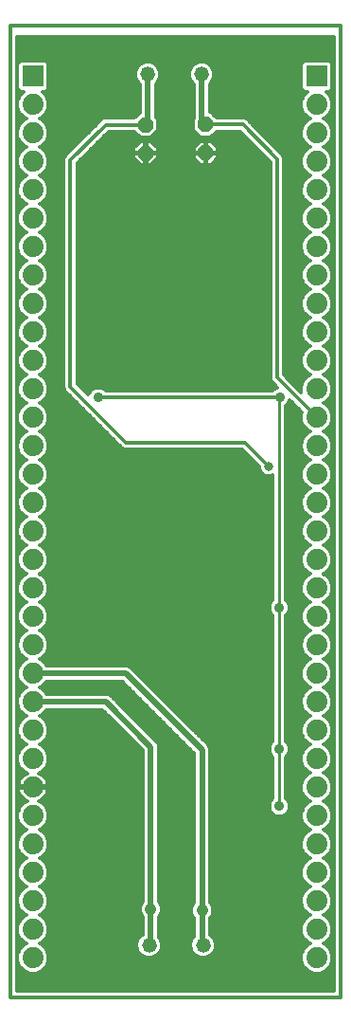
<source format=gbl>
G75*
G70*
%OFA0B0*%
%FSLAX24Y24*%
%IPPOS*%
%LPD*%
%AMOC8*
5,1,8,0,0,1.08239X$1,22.5*
%
%ADD10C,0.0120*%
%ADD11C,0.0520*%
%ADD12OC8,0.0520*%
%ADD13R,0.0740X0.0740*%
%ADD14C,0.0740*%
%ADD15C,0.0197*%
%ADD16C,0.0413*%
%ADD17C,0.0317*%
%ADD18C,0.0356*%
%ADD19C,0.0472*%
%ADD20C,0.0098*%
D10*
X000503Y000170D02*
X012157Y000170D01*
X012157Y034344D01*
X000503Y034344D01*
X000503Y000170D01*
X000743Y000410D02*
X011917Y000410D01*
X011917Y033950D01*
X000743Y033950D01*
X000743Y000410D01*
X000743Y000487D02*
X011917Y000487D01*
X011917Y000605D02*
X000743Y000605D01*
X000743Y000724D02*
X011917Y000724D01*
X011917Y000842D02*
X000743Y000842D01*
X000743Y000961D02*
X011917Y000961D01*
X011917Y001079D02*
X011552Y001079D01*
X011626Y001110D02*
X011423Y001026D01*
X011205Y001026D01*
X011002Y001110D01*
X010848Y001264D01*
X010764Y001466D01*
X010764Y001685D01*
X010848Y001887D01*
X011002Y002042D01*
X011084Y002076D01*
X011002Y002110D01*
X010848Y002264D01*
X010764Y002466D01*
X010764Y002685D01*
X010848Y002887D01*
X011002Y003042D01*
X011084Y003076D01*
X011002Y003110D01*
X010848Y003264D01*
X010764Y003466D01*
X010764Y003685D01*
X010848Y003887D01*
X011002Y004042D01*
X011084Y004076D01*
X011002Y004110D01*
X010848Y004264D01*
X010764Y004466D01*
X010764Y004685D01*
X010848Y004887D01*
X011002Y005042D01*
X011084Y005076D01*
X011002Y005110D01*
X007553Y005110D01*
X007553Y005228D02*
X010884Y005228D01*
X010848Y005264D02*
X011002Y005110D01*
X010952Y004991D02*
X007553Y004991D01*
X007553Y004873D02*
X010842Y004873D01*
X010793Y004754D02*
X007553Y004754D01*
X007553Y004636D02*
X010764Y004636D01*
X010764Y004517D02*
X007553Y004517D01*
X007553Y004399D02*
X010792Y004399D01*
X010841Y004280D02*
X007553Y004280D01*
X007553Y004161D02*
X010951Y004161D01*
X011004Y004043D02*
X007553Y004043D01*
X007553Y003924D02*
X010885Y003924D01*
X010814Y003806D02*
X007553Y003806D01*
X007553Y003687D02*
X010765Y003687D01*
X010764Y003569D02*
X007553Y003569D01*
X007553Y003510D02*
X007553Y008927D01*
X007511Y009029D01*
X007432Y009107D01*
X004728Y011812D01*
X004625Y011854D01*
X004514Y011854D01*
X001794Y011854D01*
X001780Y011887D01*
X001626Y012042D01*
X001544Y012076D01*
X001626Y012110D01*
X001780Y012264D01*
X001864Y012466D01*
X001864Y012685D01*
X001780Y012887D01*
X001626Y013042D01*
X001544Y013076D01*
X001626Y013110D01*
X001780Y013264D01*
X001864Y013466D01*
X001864Y013685D01*
X001780Y013887D01*
X001626Y014042D01*
X001544Y014076D01*
X001626Y014110D01*
X001780Y014264D01*
X001864Y014466D01*
X001864Y014685D01*
X001780Y014887D01*
X001626Y015042D01*
X001544Y015076D01*
X001626Y015110D01*
X001780Y015264D01*
X001864Y015466D01*
X001864Y015685D01*
X001780Y015887D01*
X001626Y016042D01*
X001544Y016076D01*
X001626Y016110D01*
X001780Y016264D01*
X001864Y016466D01*
X001864Y016685D01*
X001780Y016887D01*
X001626Y017042D01*
X001544Y017076D01*
X001626Y017110D01*
X001780Y017264D01*
X001864Y017466D01*
X001864Y017685D01*
X001780Y017887D01*
X001626Y018042D01*
X001544Y018076D01*
X001626Y018110D01*
X001780Y018264D01*
X001864Y018466D01*
X001864Y018685D01*
X001780Y018887D01*
X001626Y019042D01*
X001544Y019076D01*
X001626Y019110D01*
X001780Y019264D01*
X001864Y019466D01*
X001864Y019685D01*
X001780Y019887D01*
X001626Y020042D01*
X001544Y020076D01*
X001626Y020110D01*
X001780Y020264D01*
X001864Y020466D01*
X001864Y020685D01*
X001780Y020887D01*
X001626Y021042D01*
X001544Y021076D01*
X001626Y021110D01*
X001780Y021264D01*
X001864Y021466D01*
X001864Y021685D01*
X001780Y021887D01*
X001626Y022042D01*
X001544Y022076D01*
X001626Y022110D01*
X001780Y022264D01*
X001864Y022466D01*
X001864Y022685D01*
X001780Y022887D01*
X001626Y023042D01*
X001544Y023076D01*
X001626Y023110D01*
X001780Y023264D01*
X001864Y023466D01*
X001864Y023685D01*
X001780Y023887D01*
X001626Y024042D01*
X001544Y024076D01*
X001626Y024110D01*
X001780Y024264D01*
X001864Y024466D01*
X001864Y024685D01*
X001780Y024887D01*
X001626Y025042D01*
X001544Y025076D01*
X001626Y025110D01*
X001780Y025264D01*
X001864Y025466D01*
X001864Y025685D01*
X001780Y025887D01*
X001626Y026042D01*
X001544Y026076D01*
X001626Y026110D01*
X001780Y026264D01*
X001864Y026466D01*
X001864Y026685D01*
X002389Y026685D01*
X002389Y026803D02*
X001815Y026803D01*
X001780Y026887D02*
X001626Y027042D01*
X001544Y027076D01*
X001626Y027110D01*
X001780Y027264D01*
X001864Y027466D01*
X001864Y027685D01*
X001780Y027887D01*
X001626Y028042D01*
X001544Y028076D01*
X001626Y028110D01*
X001780Y028264D01*
X001864Y028466D01*
X001864Y028685D01*
X001780Y028887D01*
X001626Y029042D01*
X001544Y029076D01*
X001626Y029110D01*
X001780Y029264D01*
X001864Y029466D01*
X001864Y029685D01*
X001780Y029887D01*
X001626Y030042D01*
X001544Y030076D01*
X001626Y030110D01*
X001780Y030264D01*
X001864Y030466D01*
X001864Y030685D01*
X001780Y030887D01*
X001626Y031042D01*
X001544Y031076D01*
X001626Y031110D01*
X001780Y031264D01*
X001864Y031466D01*
X001864Y031685D01*
X001780Y031887D01*
X001642Y032026D01*
X001759Y032026D01*
X001864Y032131D01*
X001864Y033020D01*
X001759Y033126D01*
X000869Y033126D01*
X000764Y033020D01*
X000764Y032131D01*
X000869Y032026D01*
X000986Y032026D01*
X000848Y031887D01*
X000764Y031685D01*
X000764Y031466D01*
X000848Y031264D01*
X001002Y031110D01*
X001084Y031076D01*
X001002Y031042D01*
X000848Y030887D01*
X000764Y030685D01*
X000764Y030466D01*
X000848Y030264D01*
X001002Y030110D01*
X001084Y030076D01*
X001002Y030042D01*
X000848Y029887D01*
X000764Y029685D01*
X000764Y029466D01*
X000848Y029264D01*
X001002Y029110D01*
X001084Y029076D01*
X001002Y029042D01*
X000848Y028887D01*
X000764Y028685D01*
X000764Y028466D01*
X000848Y028264D01*
X001002Y028110D01*
X001084Y028076D01*
X001002Y028042D01*
X000848Y027887D01*
X000764Y027685D01*
X000764Y027466D01*
X000848Y027264D01*
X001002Y027110D01*
X001084Y027076D01*
X001002Y027042D01*
X000848Y026887D01*
X000764Y026685D01*
X000743Y026685D01*
X000764Y026685D02*
X000764Y026466D01*
X000848Y026264D01*
X001002Y026110D01*
X001084Y026076D01*
X001002Y026042D01*
X000848Y025887D01*
X000764Y025685D01*
X000764Y025466D01*
X000848Y025264D01*
X001002Y025110D01*
X001084Y025076D01*
X001002Y025042D01*
X000848Y024887D01*
X000764Y024685D01*
X000764Y024466D01*
X000848Y024264D01*
X001002Y024110D01*
X001084Y024076D01*
X001002Y024042D01*
X000848Y023887D01*
X000764Y023685D01*
X000764Y023466D01*
X000848Y023264D01*
X001002Y023110D01*
X001084Y023076D01*
X001002Y023042D01*
X000848Y022887D01*
X000764Y022685D01*
X000764Y022466D01*
X000848Y022264D01*
X001002Y022110D01*
X001084Y022076D01*
X001002Y022042D01*
X000848Y021887D01*
X000764Y021685D01*
X000764Y021466D01*
X000848Y021264D01*
X001002Y021110D01*
X001084Y021076D01*
X001002Y021042D01*
X000848Y020887D01*
X000764Y020685D01*
X000764Y020466D01*
X000848Y020264D01*
X001002Y020110D01*
X001084Y020076D01*
X001002Y020042D01*
X000848Y019887D01*
X000764Y019685D01*
X000764Y019466D01*
X000848Y019264D01*
X001002Y019110D01*
X001084Y019076D01*
X001002Y019042D01*
X000848Y018887D01*
X000764Y018685D01*
X000764Y018466D01*
X000848Y018264D01*
X001002Y018110D01*
X001084Y018076D01*
X001002Y018042D01*
X000848Y017887D01*
X000764Y017685D01*
X000764Y017466D01*
X000848Y017264D01*
X001002Y017110D01*
X001084Y017076D01*
X001002Y017042D01*
X000848Y016887D01*
X000764Y016685D01*
X000764Y016466D01*
X000848Y016264D01*
X001002Y016110D01*
X001084Y016076D01*
X001002Y016042D01*
X000848Y015887D01*
X000764Y015685D01*
X000764Y015466D01*
X000848Y015264D01*
X001002Y015110D01*
X001084Y015076D01*
X001002Y015042D01*
X000848Y014887D01*
X000764Y014685D01*
X000764Y014466D01*
X000848Y014264D01*
X001002Y014110D01*
X001084Y014076D01*
X001002Y014042D01*
X000848Y013887D01*
X000764Y013685D01*
X000764Y013466D01*
X000848Y013264D01*
X001002Y013110D01*
X001084Y013076D01*
X001002Y013042D01*
X000848Y012887D01*
X000764Y012685D01*
X000764Y012466D01*
X000848Y012264D01*
X001002Y012110D01*
X001084Y012076D01*
X001002Y012042D01*
X000848Y011887D01*
X000764Y011685D01*
X000764Y011466D01*
X000848Y011264D01*
X001002Y011110D01*
X001084Y011076D01*
X001002Y011042D01*
X000848Y010887D01*
X000764Y010685D01*
X000764Y010466D01*
X000848Y010264D01*
X001002Y010110D01*
X001084Y010076D01*
X001002Y010042D01*
X000848Y009887D01*
X000764Y009685D01*
X000764Y009466D01*
X000848Y009264D01*
X001002Y009110D01*
X001084Y009076D01*
X001002Y009042D01*
X000848Y008887D01*
X000764Y008685D01*
X000764Y008466D01*
X000848Y008264D01*
X001002Y008110D01*
X001108Y008066D01*
X001036Y008029D01*
X000969Y007980D01*
X000910Y007921D01*
X000861Y007854D01*
X000823Y007779D01*
X000797Y007700D01*
X000784Y007618D01*
X000784Y007616D01*
X001274Y007616D01*
X001274Y007536D01*
X000784Y007536D01*
X000784Y007534D01*
X000797Y007452D01*
X000823Y007372D01*
X000861Y007298D01*
X000910Y007231D01*
X000969Y007172D01*
X001036Y007123D01*
X001108Y007086D01*
X001002Y007042D01*
X000848Y006887D01*
X000764Y006685D01*
X000764Y006466D01*
X000848Y006264D01*
X001002Y006110D01*
X001084Y006076D01*
X001002Y006042D01*
X000848Y005887D01*
X000764Y005685D01*
X000764Y005466D01*
X000848Y005264D01*
X001002Y005110D01*
X000743Y005110D01*
X000743Y005228D02*
X000884Y005228D01*
X000814Y005347D02*
X000743Y005347D01*
X000743Y005465D02*
X000764Y005465D01*
X000764Y005584D02*
X000743Y005584D01*
X000743Y005703D02*
X000771Y005703D01*
X000743Y005821D02*
X000820Y005821D01*
X000743Y005940D02*
X000900Y005940D01*
X001041Y006058D02*
X000743Y006058D01*
X000743Y006177D02*
X000935Y006177D01*
X000835Y006295D02*
X000743Y006295D01*
X000743Y006414D02*
X000786Y006414D01*
X000764Y006532D02*
X000743Y006532D01*
X000743Y006651D02*
X000764Y006651D01*
X000743Y006769D02*
X000799Y006769D01*
X000848Y006888D02*
X000743Y006888D01*
X000743Y007007D02*
X000967Y007007D01*
X001033Y007125D02*
X000743Y007125D01*
X000743Y007244D02*
X000900Y007244D01*
X000828Y007362D02*
X000743Y007362D01*
X000743Y007481D02*
X000792Y007481D01*
X000743Y007599D02*
X001274Y007599D01*
X001354Y007599D02*
X005185Y007599D01*
X005185Y007481D02*
X001836Y007481D01*
X001831Y007452D02*
X001844Y007534D01*
X001844Y007536D01*
X001354Y007536D01*
X001354Y007616D01*
X001844Y007616D01*
X001844Y007618D01*
X001831Y007700D01*
X001805Y007779D01*
X001767Y007854D01*
X001718Y007921D01*
X001659Y007980D01*
X001592Y008029D01*
X001520Y008066D01*
X001626Y008110D01*
X001780Y008264D01*
X001864Y008466D01*
X001864Y008685D01*
X001780Y008887D01*
X001626Y009042D01*
X001544Y009076D01*
X001626Y009110D01*
X001780Y009264D01*
X001864Y009466D01*
X001864Y009685D01*
X001780Y009887D01*
X001626Y010042D01*
X001544Y010076D01*
X001626Y010110D01*
X001780Y010264D01*
X001794Y010297D01*
X003762Y010297D01*
X005185Y008874D01*
X005185Y003549D01*
X005136Y003500D01*
X005077Y003358D01*
X005077Y003204D01*
X005136Y003062D01*
X005185Y003012D01*
X005185Y002401D01*
X005154Y002388D01*
X005030Y002264D01*
X004963Y002103D01*
X004963Y001928D01*
X005030Y001766D01*
X005154Y001642D01*
X005316Y001575D01*
X005491Y001575D01*
X005653Y001642D01*
X005776Y001766D01*
X005843Y001928D01*
X005843Y002103D01*
X005776Y002264D01*
X005742Y002299D01*
X005742Y003012D01*
X005791Y003062D01*
X005850Y003204D01*
X005850Y003358D01*
X005791Y003500D01*
X005742Y003549D01*
X005742Y009045D01*
X005700Y009147D01*
X005621Y009225D01*
X004035Y010812D01*
X003932Y010854D01*
X003822Y010854D01*
X001794Y010854D01*
X001780Y010887D01*
X001626Y011042D01*
X001544Y011076D01*
X001626Y011110D01*
X001780Y011264D01*
X001794Y011297D01*
X004455Y011297D01*
X006996Y008756D01*
X006996Y003510D01*
X006947Y003460D01*
X006888Y003318D01*
X006888Y003164D01*
X006947Y003022D01*
X006996Y002973D01*
X006996Y002330D01*
X006930Y002264D01*
X006863Y002103D01*
X006863Y001928D01*
X006930Y001766D01*
X007054Y001642D01*
X007216Y001575D01*
X007391Y001575D01*
X007553Y001642D01*
X007676Y001766D01*
X007743Y001928D01*
X007743Y002103D01*
X007676Y002264D01*
X007553Y002388D01*
X007553Y002973D01*
X007602Y003022D01*
X007661Y003164D01*
X007661Y003318D01*
X007602Y003460D01*
X007553Y003510D01*
X007607Y003450D02*
X010771Y003450D01*
X010820Y003332D02*
X007656Y003332D01*
X007661Y003213D02*
X010899Y003213D01*
X011039Y003095D02*
X007632Y003095D01*
X007556Y002976D02*
X010936Y002976D01*
X010835Y002858D02*
X007553Y002858D01*
X007553Y002739D02*
X010786Y002739D01*
X010764Y002620D02*
X007553Y002620D01*
X007553Y002502D02*
X010764Y002502D01*
X010798Y002383D02*
X007558Y002383D01*
X007676Y002265D02*
X010848Y002265D01*
X010966Y002146D02*
X007725Y002146D01*
X007743Y002028D02*
X010988Y002028D01*
X010869Y001909D02*
X007736Y001909D01*
X007687Y001791D02*
X010808Y001791D01*
X010764Y001672D02*
X007583Y001672D01*
X007024Y001672D02*
X005683Y001672D01*
X005787Y001791D02*
X006920Y001791D01*
X006871Y001909D02*
X005836Y001909D01*
X005843Y002028D02*
X006863Y002028D01*
X006881Y002146D02*
X005825Y002146D01*
X005776Y002265D02*
X006931Y002265D01*
X006996Y002383D02*
X005742Y002383D01*
X005742Y002502D02*
X006996Y002502D01*
X006996Y002620D02*
X005742Y002620D01*
X005742Y002739D02*
X006996Y002739D01*
X006996Y002858D02*
X005742Y002858D01*
X005742Y002976D02*
X006993Y002976D01*
X006917Y003095D02*
X005805Y003095D01*
X005850Y003213D02*
X006888Y003213D01*
X006894Y003332D02*
X005850Y003332D01*
X005812Y003450D02*
X006943Y003450D01*
X006996Y003569D02*
X005742Y003569D01*
X005742Y003687D02*
X006996Y003687D01*
X006996Y003806D02*
X005742Y003806D01*
X005742Y003924D02*
X006996Y003924D01*
X006996Y004043D02*
X005742Y004043D01*
X005742Y004161D02*
X006996Y004161D01*
X006996Y004280D02*
X005742Y004280D01*
X005742Y004399D02*
X006996Y004399D01*
X006996Y004517D02*
X005742Y004517D01*
X005742Y004636D02*
X006996Y004636D01*
X006996Y004754D02*
X005742Y004754D01*
X005742Y004873D02*
X006996Y004873D01*
X006996Y004991D02*
X005742Y004991D01*
X005742Y005110D02*
X006996Y005110D01*
X006996Y005228D02*
X005742Y005228D01*
X005742Y005347D02*
X006996Y005347D01*
X006996Y005465D02*
X005742Y005465D01*
X005742Y005584D02*
X006996Y005584D01*
X006996Y005703D02*
X005742Y005703D01*
X005742Y005821D02*
X006996Y005821D01*
X006996Y005940D02*
X005742Y005940D01*
X005742Y006058D02*
X006996Y006058D01*
X006996Y006177D02*
X005742Y006177D01*
X005742Y006295D02*
X006996Y006295D01*
X006996Y006414D02*
X005742Y006414D01*
X005742Y006532D02*
X006996Y006532D01*
X006996Y006651D02*
X005742Y006651D01*
X005742Y006769D02*
X006996Y006769D01*
X006996Y006888D02*
X005742Y006888D01*
X005742Y007007D02*
X006996Y007007D01*
X006996Y007125D02*
X005742Y007125D01*
X005742Y007244D02*
X006996Y007244D01*
X006996Y007362D02*
X005742Y007362D01*
X005742Y007481D02*
X006996Y007481D01*
X006996Y007599D02*
X005742Y007599D01*
X005742Y007718D02*
X006996Y007718D01*
X006996Y007836D02*
X005742Y007836D01*
X005742Y007955D02*
X006996Y007955D01*
X006996Y008073D02*
X005742Y008073D01*
X005742Y008192D02*
X006996Y008192D01*
X006996Y008311D02*
X005742Y008311D01*
X005742Y008429D02*
X006996Y008429D01*
X006996Y008548D02*
X005742Y008548D01*
X005742Y008666D02*
X006996Y008666D01*
X006967Y008785D02*
X005742Y008785D01*
X005742Y008903D02*
X006849Y008903D01*
X006730Y009022D02*
X005742Y009022D01*
X005702Y009140D02*
X006612Y009140D01*
X006493Y009259D02*
X005588Y009259D01*
X005469Y009377D02*
X006375Y009377D01*
X006256Y009496D02*
X005351Y009496D01*
X005232Y009614D02*
X006138Y009614D01*
X006019Y009733D02*
X005114Y009733D01*
X004995Y009852D02*
X005900Y009852D01*
X005782Y009970D02*
X004876Y009970D01*
X004758Y010089D02*
X005663Y010089D01*
X005545Y010207D02*
X004639Y010207D01*
X004521Y010326D02*
X005426Y010326D01*
X005308Y010444D02*
X004402Y010444D01*
X004284Y010563D02*
X005189Y010563D01*
X005071Y010681D02*
X004165Y010681D01*
X004047Y010800D02*
X004952Y010800D01*
X004834Y010918D02*
X001749Y010918D01*
X001631Y011037D02*
X004715Y011037D01*
X004596Y011156D02*
X001671Y011156D01*
X001784Y011274D02*
X004478Y011274D01*
X004791Y011748D02*
X009762Y011748D01*
X009762Y011630D02*
X004910Y011630D01*
X005028Y011511D02*
X009762Y011511D01*
X009762Y011393D02*
X005147Y011393D01*
X005265Y011274D02*
X009762Y011274D01*
X009762Y011156D02*
X005384Y011156D01*
X005503Y011037D02*
X009762Y011037D01*
X009762Y010918D02*
X005621Y010918D01*
X005740Y010800D02*
X009762Y010800D01*
X009762Y010681D02*
X005858Y010681D01*
X005977Y010563D02*
X009762Y010563D01*
X009762Y010444D02*
X006095Y010444D01*
X006214Y010326D02*
X009762Y010326D01*
X009762Y010207D02*
X006332Y010207D01*
X006451Y010089D02*
X009762Y010089D01*
X009762Y009970D02*
X006569Y009970D01*
X006688Y009852D02*
X009762Y009852D01*
X009762Y009733D02*
X006806Y009733D01*
X006925Y009614D02*
X009762Y009614D01*
X009762Y009496D02*
X007044Y009496D01*
X007162Y009377D02*
X009762Y009377D01*
X009762Y009259D02*
X007281Y009259D01*
X007399Y009140D02*
X009715Y009140D01*
X009688Y009113D02*
X009633Y008982D01*
X009633Y008839D01*
X009688Y008708D01*
X009762Y008633D01*
X009762Y007180D01*
X009688Y007106D01*
X009633Y006974D01*
X009633Y006831D01*
X009688Y006700D01*
X009788Y006599D01*
X009920Y006545D01*
X010062Y006545D01*
X010194Y006599D01*
X010295Y006700D01*
X010349Y006831D01*
X010349Y006974D01*
X010295Y007106D01*
X010220Y007180D01*
X010220Y008633D01*
X010295Y008708D01*
X010349Y008839D01*
X010349Y008982D01*
X010295Y009113D01*
X010220Y009188D01*
X010220Y013614D01*
X010295Y013688D01*
X010349Y013820D01*
X010349Y013962D01*
X010295Y014094D01*
X010220Y014168D01*
X010220Y020976D01*
X010314Y021070D01*
X010363Y021187D01*
X010794Y020757D01*
X010764Y020685D01*
X010764Y020466D01*
X010848Y020264D01*
X011002Y020110D01*
X011084Y020076D01*
X011002Y020042D01*
X010848Y019887D01*
X010764Y019685D01*
X010764Y019466D01*
X010848Y019264D01*
X011002Y019110D01*
X011084Y019076D01*
X011002Y019042D01*
X010848Y018887D01*
X010764Y018685D01*
X010764Y018466D01*
X010848Y018264D01*
X011002Y018110D01*
X011084Y018076D01*
X011002Y018042D01*
X010848Y017887D01*
X010764Y017685D01*
X010764Y017466D01*
X010848Y017264D01*
X011002Y017110D01*
X011084Y017076D01*
X011002Y017042D01*
X010848Y016887D01*
X010764Y016685D01*
X010764Y016466D01*
X010848Y016264D01*
X011002Y016110D01*
X011084Y016076D01*
X011002Y016042D01*
X010848Y015887D01*
X010764Y015685D01*
X010764Y015466D01*
X010848Y015264D01*
X011002Y015110D01*
X011084Y015076D01*
X011002Y015042D01*
X010848Y014887D01*
X010764Y014685D01*
X010764Y014466D01*
X010848Y014264D01*
X011002Y014110D01*
X011084Y014076D01*
X011002Y014042D01*
X010848Y013887D01*
X010764Y013685D01*
X010764Y013466D01*
X010848Y013264D01*
X011002Y013110D01*
X011084Y013076D01*
X011002Y013042D01*
X010848Y012887D01*
X010764Y012685D01*
X010764Y012466D01*
X010848Y012264D01*
X011002Y012110D01*
X011084Y012076D01*
X011002Y012042D01*
X010848Y011887D01*
X010764Y011685D01*
X010764Y011466D01*
X010848Y011264D01*
X011002Y011110D01*
X011084Y011076D01*
X011002Y011042D01*
X010848Y010887D01*
X010764Y010685D01*
X010764Y010466D01*
X010848Y010264D01*
X011002Y010110D01*
X011084Y010076D01*
X011002Y010042D01*
X010848Y009887D01*
X010764Y009685D01*
X010764Y009466D01*
X010848Y009264D01*
X011002Y009110D01*
X011084Y009076D01*
X011002Y009042D01*
X010848Y008887D01*
X010764Y008685D01*
X010764Y008466D01*
X010848Y008264D01*
X011002Y008110D01*
X011084Y008076D01*
X011002Y008042D01*
X010848Y007887D01*
X010764Y007685D01*
X010764Y007466D01*
X010848Y007264D01*
X011002Y007110D01*
X011084Y007076D01*
X011002Y007042D01*
X010848Y006887D01*
X010764Y006685D01*
X010764Y006466D01*
X010848Y006264D01*
X011002Y006110D01*
X011084Y006076D01*
X011002Y006042D01*
X010848Y005887D01*
X010764Y005685D01*
X010764Y005466D01*
X010848Y005264D01*
X010814Y005347D02*
X007553Y005347D01*
X007553Y005465D02*
X010764Y005465D01*
X010764Y005584D02*
X007553Y005584D01*
X007553Y005703D02*
X010771Y005703D01*
X010820Y005821D02*
X007553Y005821D01*
X007553Y005940D02*
X010900Y005940D01*
X011041Y006058D02*
X007553Y006058D01*
X007553Y006177D02*
X010935Y006177D01*
X010835Y006295D02*
X007553Y006295D01*
X007553Y006414D02*
X010786Y006414D01*
X010764Y006532D02*
X007553Y006532D01*
X007553Y006651D02*
X009736Y006651D01*
X009659Y006769D02*
X007553Y006769D01*
X007553Y006888D02*
X009633Y006888D01*
X009647Y007007D02*
X007553Y007007D01*
X007553Y007125D02*
X009707Y007125D01*
X009762Y007244D02*
X007553Y007244D01*
X007553Y007362D02*
X009762Y007362D01*
X009762Y007481D02*
X007553Y007481D01*
X007553Y007599D02*
X009762Y007599D01*
X009762Y007718D02*
X007553Y007718D01*
X007553Y007836D02*
X009762Y007836D01*
X009762Y007955D02*
X007553Y007955D01*
X007553Y008073D02*
X009762Y008073D01*
X009762Y008192D02*
X007553Y008192D01*
X007553Y008311D02*
X009762Y008311D01*
X009762Y008429D02*
X007553Y008429D01*
X007553Y008548D02*
X009762Y008548D01*
X009729Y008666D02*
X007553Y008666D01*
X007553Y008785D02*
X009656Y008785D01*
X009633Y008903D02*
X007553Y008903D01*
X007514Y009022D02*
X009650Y009022D01*
X009688Y009113D02*
X009762Y009188D01*
X009762Y013614D01*
X009688Y013688D01*
X009633Y013820D01*
X009633Y013962D01*
X009688Y014094D01*
X009762Y014168D01*
X009762Y018542D01*
X009686Y018511D01*
X009552Y018511D01*
X009427Y018563D01*
X009332Y018658D01*
X009281Y018782D01*
X009281Y018849D01*
X008671Y019458D01*
X004550Y019458D01*
X004461Y019494D01*
X004394Y019562D01*
X002426Y021530D01*
X002389Y021619D01*
X002389Y021714D01*
X002389Y029667D01*
X002426Y029755D01*
X002493Y029823D01*
X003742Y031072D01*
X003831Y031109D01*
X003926Y031109D01*
X004898Y031109D01*
X005080Y031290D01*
X005080Y032298D01*
X004985Y032392D01*
X004918Y032554D01*
X004918Y032729D01*
X004985Y032891D01*
X005109Y033015D01*
X005271Y033082D01*
X005446Y033082D01*
X005607Y033015D01*
X005731Y032891D01*
X005798Y032729D01*
X005798Y032554D01*
X005731Y032392D01*
X005636Y032298D01*
X005636Y031135D01*
X005720Y031051D01*
X005720Y030686D01*
X005463Y030429D01*
X005098Y030429D01*
X004898Y030629D01*
X003978Y030629D01*
X002869Y029520D01*
X002869Y021766D01*
X003264Y021370D01*
X003310Y021480D01*
X003410Y021580D01*
X003542Y021635D01*
X003684Y021635D01*
X003816Y021580D01*
X003884Y021513D01*
X009744Y021513D01*
X009808Y021576D01*
X009926Y021625D01*
X009709Y021841D01*
X009672Y021930D01*
X009672Y022025D01*
X009672Y029559D01*
X008602Y030630D01*
X007774Y030630D01*
X007574Y030430D01*
X007209Y030430D01*
X006952Y030687D01*
X006952Y031052D01*
X006980Y031080D01*
X006980Y032298D01*
X006885Y032392D01*
X006818Y032554D01*
X006818Y032729D01*
X006885Y032891D01*
X007009Y033015D01*
X007171Y033082D01*
X007346Y033082D01*
X007507Y033015D01*
X007631Y032891D01*
X007698Y032729D01*
X007698Y032554D01*
X007631Y032392D01*
X007536Y032298D01*
X007536Y031310D01*
X007574Y031310D01*
X007774Y031110D01*
X008654Y031110D01*
X008749Y031110D01*
X008837Y031073D01*
X010048Y029862D01*
X010116Y029795D01*
X010152Y029706D01*
X010152Y022077D01*
X010765Y021464D01*
X010764Y021466D01*
X010764Y021685D01*
X010848Y021887D01*
X011002Y022042D01*
X011084Y022076D01*
X011002Y022110D01*
X010848Y022264D01*
X010764Y022466D01*
X010764Y022685D01*
X010848Y022887D01*
X011002Y023042D01*
X011084Y023076D01*
X011002Y023110D01*
X010848Y023264D01*
X010764Y023466D01*
X010764Y023685D01*
X010848Y023887D01*
X011002Y024042D01*
X011084Y024076D01*
X011002Y024110D01*
X010848Y024264D01*
X010764Y024466D01*
X010764Y024685D01*
X010848Y024887D01*
X011002Y025042D01*
X011084Y025076D01*
X011002Y025110D01*
X010848Y025264D01*
X010764Y025466D01*
X010764Y025685D01*
X010848Y025887D01*
X011002Y026042D01*
X011084Y026076D01*
X011002Y026110D01*
X010848Y026264D01*
X010764Y026466D01*
X010764Y026685D01*
X010152Y026685D01*
X010152Y026803D02*
X010813Y026803D01*
X010848Y026887D02*
X010764Y026685D01*
X010764Y026566D02*
X010152Y026566D01*
X010152Y026448D02*
X010772Y026448D01*
X010821Y026329D02*
X010152Y026329D01*
X010152Y026211D02*
X010902Y026211D01*
X011045Y026092D02*
X010152Y026092D01*
X010152Y025973D02*
X010934Y025973D01*
X010834Y025855D02*
X010152Y025855D01*
X010152Y025736D02*
X010785Y025736D01*
X010764Y025618D02*
X010152Y025618D01*
X010152Y025499D02*
X010764Y025499D01*
X010799Y025381D02*
X010152Y025381D01*
X010152Y025262D02*
X010850Y025262D01*
X010968Y025144D02*
X010152Y025144D01*
X010152Y025025D02*
X010985Y025025D01*
X010867Y024907D02*
X010152Y024907D01*
X010152Y024788D02*
X010807Y024788D01*
X010764Y024669D02*
X010152Y024669D01*
X010152Y024551D02*
X010764Y024551D01*
X010778Y024432D02*
X010152Y024432D01*
X010152Y024314D02*
X010827Y024314D01*
X010917Y024195D02*
X010152Y024195D01*
X010152Y024077D02*
X011082Y024077D01*
X010919Y023958D02*
X010152Y023958D01*
X010152Y023840D02*
X010828Y023840D01*
X010779Y023721D02*
X010152Y023721D01*
X010152Y023603D02*
X010764Y023603D01*
X010764Y023484D02*
X010152Y023484D01*
X010152Y023366D02*
X010806Y023366D01*
X010865Y023247D02*
X010152Y023247D01*
X010152Y023128D02*
X010984Y023128D01*
X010970Y023010D02*
X010152Y023010D01*
X010152Y022891D02*
X010852Y022891D01*
X010800Y022773D02*
X010152Y022773D01*
X010152Y022654D02*
X010764Y022654D01*
X010764Y022536D02*
X010152Y022536D01*
X010152Y022417D02*
X010784Y022417D01*
X010834Y022299D02*
X010152Y022299D01*
X010152Y022180D02*
X010932Y022180D01*
X011049Y022062D02*
X010168Y022062D01*
X010286Y021943D02*
X010903Y021943D01*
X010822Y021824D02*
X010405Y021824D01*
X010523Y021706D02*
X010773Y021706D01*
X010764Y021587D02*
X010642Y021587D01*
X010760Y021469D02*
X010764Y021469D01*
X010556Y020995D02*
X010239Y020995D01*
X010220Y020876D02*
X010674Y020876D01*
X010793Y020758D02*
X010220Y020758D01*
X010220Y020639D02*
X010764Y020639D01*
X010764Y020520D02*
X010220Y020520D01*
X010220Y020402D02*
X010791Y020402D01*
X010840Y020283D02*
X010220Y020283D01*
X010220Y020165D02*
X010947Y020165D01*
X011013Y020046D02*
X010220Y020046D01*
X010220Y019928D02*
X010888Y019928D01*
X010815Y019809D02*
X010220Y019809D01*
X010220Y019691D02*
X010766Y019691D01*
X010764Y019572D02*
X010220Y019572D01*
X010220Y019454D02*
X010769Y019454D01*
X010818Y019335D02*
X010220Y019335D01*
X010220Y019216D02*
X010896Y019216D01*
X011031Y019098D02*
X010220Y019098D01*
X010220Y018979D02*
X010940Y018979D01*
X010837Y018861D02*
X010220Y018861D01*
X010220Y018742D02*
X010788Y018742D01*
X010764Y018624D02*
X010220Y018624D01*
X010220Y018505D02*
X010764Y018505D01*
X010797Y018387D02*
X010220Y018387D01*
X010220Y018268D02*
X010846Y018268D01*
X010962Y018150D02*
X010220Y018150D01*
X010220Y018031D02*
X010991Y018031D01*
X010873Y017913D02*
X010220Y017913D01*
X010220Y017794D02*
X010809Y017794D01*
X010764Y017675D02*
X010220Y017675D01*
X010220Y017557D02*
X010764Y017557D01*
X010776Y017438D02*
X010220Y017438D01*
X010220Y017320D02*
X010825Y017320D01*
X010911Y017201D02*
X010220Y017201D01*
X010220Y017083D02*
X011067Y017083D01*
X010924Y016964D02*
X010220Y016964D01*
X010220Y016846D02*
X010830Y016846D01*
X010781Y016727D02*
X010220Y016727D01*
X010220Y016609D02*
X010764Y016609D01*
X010764Y016490D02*
X010220Y016490D01*
X010220Y016371D02*
X010803Y016371D01*
X010859Y016253D02*
X010220Y016253D01*
X010220Y016134D02*
X010978Y016134D01*
X010976Y016016D02*
X010220Y016016D01*
X010220Y015897D02*
X010858Y015897D01*
X010803Y015779D02*
X010220Y015779D01*
X010220Y015660D02*
X010764Y015660D01*
X010764Y015542D02*
X010220Y015542D01*
X010220Y015423D02*
X010782Y015423D01*
X010831Y015305D02*
X010220Y015305D01*
X010220Y015186D02*
X010926Y015186D01*
X011064Y015067D02*
X010220Y015067D01*
X010220Y014949D02*
X010909Y014949D01*
X010824Y014830D02*
X010220Y014830D01*
X010220Y014712D02*
X010775Y014712D01*
X010764Y014593D02*
X010220Y014593D01*
X010220Y014475D02*
X010764Y014475D01*
X010810Y014356D02*
X010220Y014356D01*
X010220Y014238D02*
X010874Y014238D01*
X010993Y014119D02*
X010269Y014119D01*
X010333Y014001D02*
X010961Y014001D01*
X010846Y013882D02*
X010349Y013882D01*
X010326Y013764D02*
X010796Y013764D01*
X010764Y013645D02*
X010252Y013645D01*
X010220Y013526D02*
X010764Y013526D01*
X010788Y013408D02*
X010220Y013408D01*
X010220Y013289D02*
X010837Y013289D01*
X010941Y013171D02*
X010220Y013171D01*
X010220Y013052D02*
X011027Y013052D01*
X010894Y012934D02*
X010220Y012934D01*
X010220Y012815D02*
X010818Y012815D01*
X010769Y012697D02*
X010220Y012697D01*
X010220Y012578D02*
X010764Y012578D01*
X010767Y012460D02*
X010220Y012460D01*
X010220Y012341D02*
X010816Y012341D01*
X010890Y012222D02*
X010220Y012222D01*
X010220Y012104D02*
X011016Y012104D01*
X010946Y011985D02*
X010220Y011985D01*
X010220Y011867D02*
X010839Y011867D01*
X010790Y011748D02*
X010220Y011748D01*
X010220Y011630D02*
X010764Y011630D01*
X010764Y011511D02*
X010220Y011511D01*
X010220Y011393D02*
X010795Y011393D01*
X010844Y011274D02*
X010220Y011274D01*
X010220Y011156D02*
X010957Y011156D01*
X010997Y011037D02*
X010220Y011037D01*
X010220Y010918D02*
X010879Y010918D01*
X010812Y010800D02*
X010220Y010800D01*
X010220Y010681D02*
X010764Y010681D01*
X010764Y010563D02*
X010220Y010563D01*
X010220Y010444D02*
X010773Y010444D01*
X010822Y010326D02*
X010220Y010326D01*
X010220Y010207D02*
X010905Y010207D01*
X011053Y010089D02*
X010220Y010089D01*
X010220Y009970D02*
X010930Y009970D01*
X010833Y009852D02*
X010220Y009852D01*
X010220Y009733D02*
X010784Y009733D01*
X010764Y009614D02*
X010220Y009614D01*
X010220Y009496D02*
X010764Y009496D01*
X010801Y009377D02*
X010220Y009377D01*
X010220Y009259D02*
X010853Y009259D01*
X010972Y009140D02*
X010268Y009140D01*
X010333Y009022D02*
X010982Y009022D01*
X010864Y008903D02*
X010349Y008903D01*
X010327Y008785D02*
X010805Y008785D01*
X010764Y008666D02*
X010253Y008666D01*
X010220Y008548D02*
X010764Y008548D01*
X010779Y008429D02*
X010220Y008429D01*
X010220Y008311D02*
X010829Y008311D01*
X010920Y008192D02*
X010220Y008192D01*
X010220Y008073D02*
X011078Y008073D01*
X010915Y007955D02*
X010220Y007955D01*
X010220Y007836D02*
X010827Y007836D01*
X010777Y007718D02*
X010220Y007718D01*
X010220Y007599D02*
X010764Y007599D01*
X010764Y007481D02*
X010220Y007481D01*
X010220Y007362D02*
X010807Y007362D01*
X010868Y007244D02*
X010220Y007244D01*
X010275Y007125D02*
X010987Y007125D01*
X010967Y007007D02*
X010336Y007007D01*
X010349Y006888D02*
X010848Y006888D01*
X010799Y006769D02*
X010324Y006769D01*
X010246Y006651D02*
X010764Y006651D01*
X011544Y007076D02*
X011626Y007110D01*
X011780Y007264D01*
X011864Y007466D01*
X011864Y007685D01*
X011780Y007887D01*
X011626Y008042D01*
X011544Y008076D01*
X011626Y008110D01*
X011780Y008264D01*
X011864Y008466D01*
X011864Y008685D01*
X011780Y008887D01*
X011626Y009042D01*
X011544Y009076D01*
X011626Y009110D01*
X011780Y009264D01*
X011864Y009466D01*
X011864Y009685D01*
X011780Y009887D01*
X011626Y010042D01*
X011544Y010076D01*
X011626Y010110D01*
X011780Y010264D01*
X011864Y010466D01*
X011864Y010685D01*
X011780Y010887D01*
X011626Y011042D01*
X011544Y011076D01*
X011626Y011110D01*
X011780Y011264D01*
X011864Y011466D01*
X011864Y011685D01*
X011780Y011887D01*
X011626Y012042D01*
X011544Y012076D01*
X011626Y012110D01*
X011780Y012264D01*
X011864Y012466D01*
X011864Y012685D01*
X011780Y012887D01*
X011626Y013042D01*
X011544Y013076D01*
X011626Y013110D01*
X011780Y013264D01*
X011864Y013466D01*
X011864Y013685D01*
X011780Y013887D01*
X011626Y014042D01*
X011544Y014076D01*
X011626Y014110D01*
X011780Y014264D01*
X011864Y014466D01*
X011864Y014685D01*
X011780Y014887D01*
X011626Y015042D01*
X011544Y015076D01*
X011626Y015110D01*
X011780Y015264D01*
X011864Y015466D01*
X011864Y015685D01*
X011780Y015887D01*
X011626Y016042D01*
X011544Y016076D01*
X011626Y016110D01*
X011780Y016264D01*
X011864Y016466D01*
X011864Y016685D01*
X011780Y016887D01*
X011626Y017042D01*
X011544Y017076D01*
X011626Y017110D01*
X011780Y017264D01*
X011864Y017466D01*
X011864Y017685D01*
X011780Y017887D01*
X011626Y018042D01*
X011544Y018076D01*
X011626Y018110D01*
X011780Y018264D01*
X011864Y018466D01*
X011864Y018685D01*
X011780Y018887D01*
X011626Y019042D01*
X011544Y019076D01*
X011626Y019110D01*
X011780Y019264D01*
X011864Y019466D01*
X011864Y019685D01*
X011780Y019887D01*
X011626Y020042D01*
X011544Y020076D01*
X011626Y020110D01*
X011780Y020264D01*
X011864Y020466D01*
X011864Y020685D01*
X011780Y020887D01*
X011626Y021042D01*
X011544Y021076D01*
X011626Y021110D01*
X011780Y021264D01*
X011864Y021466D01*
X011864Y021685D01*
X011780Y021887D01*
X011626Y022042D01*
X011544Y022076D01*
X011626Y022110D01*
X011780Y022264D01*
X011864Y022466D01*
X011864Y022685D01*
X011780Y022887D01*
X011626Y023042D01*
X011544Y023076D01*
X011626Y023110D01*
X011780Y023264D01*
X011864Y023466D01*
X011864Y023685D01*
X011780Y023887D01*
X011626Y024042D01*
X011544Y024076D01*
X011626Y024110D01*
X011780Y024264D01*
X011864Y024466D01*
X011864Y024685D01*
X011780Y024887D01*
X011626Y025042D01*
X011544Y025076D01*
X011626Y025110D01*
X011780Y025264D01*
X011864Y025466D01*
X011864Y025685D01*
X011780Y025887D01*
X011626Y026042D01*
X011544Y026076D01*
X011626Y026110D01*
X011780Y026264D01*
X011864Y026466D01*
X011864Y026685D01*
X011917Y026685D01*
X011864Y026685D02*
X011780Y026887D01*
X011626Y027042D01*
X011544Y027076D01*
X011626Y027110D01*
X011780Y027264D01*
X011864Y027466D01*
X011864Y027685D01*
X011780Y027887D01*
X011626Y028042D01*
X011544Y028076D01*
X011626Y028110D01*
X011780Y028264D01*
X011864Y028466D01*
X011864Y028685D01*
X011780Y028887D01*
X011626Y029042D01*
X011544Y029076D01*
X011626Y029110D01*
X011780Y029264D01*
X011864Y029466D01*
X011864Y029685D01*
X011780Y029887D01*
X011626Y030042D01*
X011544Y030076D01*
X011626Y030110D01*
X011780Y030264D01*
X011864Y030466D01*
X011864Y030685D01*
X011780Y030887D01*
X011626Y031042D01*
X011544Y031076D01*
X011626Y031110D01*
X011780Y031264D01*
X011864Y031466D01*
X011864Y031685D01*
X011780Y031887D01*
X011642Y032026D01*
X011759Y032026D01*
X011864Y032131D01*
X011864Y033020D01*
X011759Y033126D01*
X010869Y033126D01*
X010764Y033020D01*
X010764Y032131D01*
X010869Y032026D01*
X010986Y032026D01*
X010848Y031887D01*
X010764Y031685D01*
X010764Y031466D01*
X010848Y031264D01*
X011002Y031110D01*
X011084Y031076D01*
X011002Y031042D01*
X010848Y030887D01*
X010764Y030685D01*
X010764Y030466D01*
X010848Y030264D01*
X011002Y030110D01*
X011084Y030076D01*
X011002Y030042D01*
X010848Y029887D01*
X010764Y029685D01*
X010764Y029466D01*
X010848Y029264D01*
X011002Y029110D01*
X011084Y029076D01*
X011002Y029042D01*
X010848Y028887D01*
X010764Y028685D01*
X010764Y028466D01*
X010848Y028264D01*
X011002Y028110D01*
X011084Y028076D01*
X011002Y028042D01*
X010848Y027887D01*
X010764Y027685D01*
X010764Y027466D01*
X010848Y027264D01*
X011002Y027110D01*
X011084Y027076D01*
X011002Y027042D01*
X010848Y026887D01*
X010882Y026922D02*
X010152Y026922D01*
X010152Y027040D02*
X011001Y027040D01*
X010953Y027159D02*
X010152Y027159D01*
X010152Y027277D02*
X010842Y027277D01*
X010793Y027396D02*
X010152Y027396D01*
X010152Y027515D02*
X010764Y027515D01*
X010764Y027633D02*
X010152Y027633D01*
X010152Y027752D02*
X010791Y027752D01*
X010841Y027870D02*
X010152Y027870D01*
X010152Y027989D02*
X010949Y027989D01*
X011008Y028107D02*
X010152Y028107D01*
X010152Y028226D02*
X010886Y028226D01*
X010815Y028344D02*
X010152Y028344D01*
X010152Y028463D02*
X010765Y028463D01*
X010764Y028581D02*
X010152Y028581D01*
X010152Y028700D02*
X010770Y028700D01*
X010819Y028819D02*
X010152Y028819D01*
X010152Y028937D02*
X010897Y028937D01*
X011035Y029056D02*
X010152Y029056D01*
X010152Y029174D02*
X010938Y029174D01*
X010836Y029293D02*
X010152Y029293D01*
X010152Y029411D02*
X010787Y029411D01*
X010764Y029530D02*
X010152Y029530D01*
X010152Y029648D02*
X010764Y029648D01*
X010798Y029767D02*
X010127Y029767D01*
X010025Y029885D02*
X010847Y029885D01*
X010964Y030004D02*
X009906Y030004D01*
X009788Y030122D02*
X010990Y030122D01*
X010871Y030241D02*
X009669Y030241D01*
X009551Y030360D02*
X010808Y030360D01*
X010764Y030478D02*
X009432Y030478D01*
X009314Y030597D02*
X010764Y030597D01*
X010776Y030715D02*
X009195Y030715D01*
X009077Y030834D02*
X010826Y030834D01*
X010913Y030952D02*
X008958Y030952D01*
X008840Y031071D02*
X011072Y031071D01*
X010923Y031189D02*
X007694Y031189D01*
X007576Y031308D02*
X010830Y031308D01*
X010781Y031426D02*
X007536Y031426D01*
X007536Y031545D02*
X010764Y031545D01*
X010764Y031664D02*
X007536Y031664D01*
X007536Y031782D02*
X010804Y031782D01*
X010861Y031901D02*
X007536Y031901D01*
X007536Y032019D02*
X010980Y032019D01*
X010764Y032138D02*
X007536Y032138D01*
X007536Y032256D02*
X010764Y032256D01*
X010764Y032375D02*
X007613Y032375D01*
X007673Y032493D02*
X010764Y032493D01*
X010764Y032612D02*
X007698Y032612D01*
X007698Y032730D02*
X010764Y032730D01*
X010764Y032849D02*
X007648Y032849D01*
X007554Y032968D02*
X010764Y032968D01*
X010830Y033086D02*
X001798Y033086D01*
X001864Y032968D02*
X005062Y032968D01*
X004968Y032849D02*
X001864Y032849D01*
X001864Y032730D02*
X004919Y032730D01*
X004918Y032612D02*
X001864Y032612D01*
X001864Y032493D02*
X004943Y032493D01*
X005003Y032375D02*
X001864Y032375D01*
X001864Y032256D02*
X005080Y032256D01*
X005080Y032138D02*
X001864Y032138D01*
X001767Y031901D02*
X005080Y031901D01*
X005080Y032019D02*
X001649Y032019D01*
X001824Y031782D02*
X005080Y031782D01*
X005080Y031664D02*
X001864Y031664D01*
X001864Y031545D02*
X005080Y031545D01*
X005080Y031426D02*
X001847Y031426D01*
X001798Y031308D02*
X005080Y031308D01*
X004979Y031189D02*
X001705Y031189D01*
X001556Y031071D02*
X003741Y031071D01*
X003623Y030952D02*
X001715Y030952D01*
X001803Y030834D02*
X003504Y030834D01*
X003386Y030715D02*
X001852Y030715D01*
X001864Y030597D02*
X003267Y030597D01*
X003148Y030478D02*
X001864Y030478D01*
X001820Y030360D02*
X003030Y030360D01*
X002911Y030241D02*
X001757Y030241D01*
X001638Y030122D02*
X002793Y030122D01*
X002674Y030004D02*
X001664Y030004D01*
X001781Y029885D02*
X002556Y029885D01*
X002437Y029767D02*
X001830Y029767D01*
X001864Y029648D02*
X002389Y029648D01*
X002389Y029530D02*
X001864Y029530D01*
X001841Y029411D02*
X002389Y029411D01*
X002389Y029293D02*
X001792Y029293D01*
X001690Y029174D02*
X002389Y029174D01*
X002389Y029056D02*
X001593Y029056D01*
X001731Y028937D02*
X002389Y028937D01*
X002389Y028819D02*
X001809Y028819D01*
X001858Y028700D02*
X002389Y028700D01*
X002389Y028581D02*
X001864Y028581D01*
X001862Y028463D02*
X002389Y028463D01*
X002389Y028344D02*
X001813Y028344D01*
X001742Y028226D02*
X002389Y028226D01*
X002389Y028107D02*
X001620Y028107D01*
X001679Y027989D02*
X002389Y027989D01*
X002389Y027870D02*
X001787Y027870D01*
X001837Y027752D02*
X002389Y027752D01*
X002389Y027633D02*
X001864Y027633D01*
X001864Y027515D02*
X002389Y027515D01*
X002389Y027396D02*
X001835Y027396D01*
X001786Y027277D02*
X002389Y027277D01*
X002389Y027159D02*
X001675Y027159D01*
X001627Y027040D02*
X002389Y027040D01*
X002389Y026922D02*
X001746Y026922D01*
X001780Y026887D02*
X001864Y026685D01*
X001864Y026566D02*
X002389Y026566D01*
X002389Y026448D02*
X001856Y026448D01*
X001807Y026329D02*
X002389Y026329D01*
X002389Y026211D02*
X001726Y026211D01*
X001583Y026092D02*
X002389Y026092D01*
X002389Y025973D02*
X001694Y025973D01*
X001794Y025855D02*
X002389Y025855D01*
X002389Y025736D02*
X001843Y025736D01*
X001864Y025618D02*
X002389Y025618D01*
X002389Y025499D02*
X001864Y025499D01*
X001828Y025381D02*
X002389Y025381D01*
X002389Y025262D02*
X001778Y025262D01*
X001660Y025144D02*
X002389Y025144D01*
X002389Y025025D02*
X001643Y025025D01*
X001761Y024907D02*
X002389Y024907D01*
X002389Y024788D02*
X001821Y024788D01*
X001864Y024669D02*
X002389Y024669D01*
X002389Y024551D02*
X001864Y024551D01*
X001850Y024432D02*
X002389Y024432D01*
X002389Y024314D02*
X001801Y024314D01*
X001711Y024195D02*
X002389Y024195D01*
X002389Y024077D02*
X001546Y024077D01*
X001709Y023958D02*
X002389Y023958D01*
X002389Y023840D02*
X001800Y023840D01*
X001849Y023721D02*
X002389Y023721D01*
X002389Y023603D02*
X001864Y023603D01*
X001864Y023484D02*
X002389Y023484D01*
X002389Y023366D02*
X001822Y023366D01*
X001763Y023247D02*
X002389Y023247D01*
X002389Y023128D02*
X001644Y023128D01*
X001658Y023010D02*
X002389Y023010D01*
X002389Y022891D02*
X001776Y022891D01*
X001828Y022773D02*
X002389Y022773D01*
X002389Y022654D02*
X001864Y022654D01*
X001864Y022536D02*
X002389Y022536D01*
X002389Y022417D02*
X001844Y022417D01*
X001794Y022299D02*
X002389Y022299D01*
X002389Y022180D02*
X001696Y022180D01*
X001579Y022062D02*
X002389Y022062D01*
X002389Y021943D02*
X001725Y021943D01*
X001806Y021824D02*
X002389Y021824D01*
X002389Y021706D02*
X001855Y021706D01*
X001864Y021587D02*
X002402Y021587D01*
X002487Y021469D02*
X001864Y021469D01*
X001816Y021350D02*
X002606Y021350D01*
X002724Y021232D02*
X001748Y021232D01*
X001629Y021113D02*
X002843Y021113D01*
X002961Y020995D02*
X001673Y020995D01*
X001785Y020876D02*
X003080Y020876D01*
X003198Y020758D02*
X001834Y020758D01*
X001864Y020639D02*
X003317Y020639D01*
X003436Y020520D02*
X001864Y020520D01*
X001837Y020402D02*
X003554Y020402D01*
X003673Y020283D02*
X001788Y020283D01*
X001681Y020165D02*
X003791Y020165D01*
X003910Y020046D02*
X001616Y020046D01*
X001740Y019928D02*
X004028Y019928D01*
X004147Y019809D02*
X001813Y019809D01*
X001862Y019691D02*
X004265Y019691D01*
X004384Y019572D02*
X001864Y019572D01*
X001859Y019454D02*
X008676Y019454D01*
X008794Y019335D02*
X001810Y019335D01*
X001732Y019216D02*
X008913Y019216D01*
X009031Y019098D02*
X001597Y019098D01*
X001688Y018979D02*
X009150Y018979D01*
X009268Y018861D02*
X001791Y018861D01*
X001840Y018742D02*
X009297Y018742D01*
X009366Y018624D02*
X001864Y018624D01*
X001864Y018505D02*
X009762Y018505D01*
X009762Y018387D02*
X001831Y018387D01*
X001782Y018268D02*
X009762Y018268D01*
X009762Y018150D02*
X001666Y018150D01*
X001637Y018031D02*
X009762Y018031D01*
X009762Y017913D02*
X001755Y017913D01*
X001819Y017794D02*
X009762Y017794D01*
X009762Y017675D02*
X001864Y017675D01*
X001864Y017557D02*
X009762Y017557D01*
X009762Y017438D02*
X001852Y017438D01*
X001803Y017320D02*
X009762Y017320D01*
X009762Y017201D02*
X001717Y017201D01*
X001560Y017083D02*
X009762Y017083D01*
X009762Y016964D02*
X001704Y016964D01*
X001798Y016846D02*
X009762Y016846D01*
X009762Y016727D02*
X001847Y016727D01*
X001864Y016609D02*
X009762Y016609D01*
X009762Y016490D02*
X001864Y016490D01*
X001825Y016371D02*
X009762Y016371D01*
X009762Y016253D02*
X001769Y016253D01*
X001650Y016134D02*
X009762Y016134D01*
X009762Y016016D02*
X001652Y016016D01*
X001770Y015897D02*
X009762Y015897D01*
X009762Y015779D02*
X001825Y015779D01*
X001864Y015660D02*
X009762Y015660D01*
X009762Y015542D02*
X001864Y015542D01*
X001846Y015423D02*
X009762Y015423D01*
X009762Y015305D02*
X001797Y015305D01*
X001702Y015186D02*
X009762Y015186D01*
X009762Y015067D02*
X001564Y015067D01*
X001719Y014949D02*
X009762Y014949D01*
X009762Y014830D02*
X001804Y014830D01*
X001853Y014712D02*
X009762Y014712D01*
X009762Y014593D02*
X001864Y014593D01*
X001864Y014475D02*
X009762Y014475D01*
X009762Y014356D02*
X001818Y014356D01*
X001754Y014238D02*
X009762Y014238D01*
X009713Y014119D02*
X001635Y014119D01*
X001667Y014001D02*
X009649Y014001D01*
X009633Y013882D02*
X001782Y013882D01*
X001832Y013764D02*
X009656Y013764D01*
X009731Y013645D02*
X001864Y013645D01*
X001864Y013526D02*
X009762Y013526D01*
X009762Y013408D02*
X001840Y013408D01*
X001791Y013289D02*
X009762Y013289D01*
X009762Y013171D02*
X001687Y013171D01*
X001601Y013052D02*
X009762Y013052D01*
X009762Y012934D02*
X001734Y012934D01*
X001810Y012815D02*
X009762Y012815D01*
X009762Y012697D02*
X001859Y012697D01*
X001864Y012578D02*
X009762Y012578D01*
X009762Y012460D02*
X001861Y012460D01*
X001812Y012341D02*
X009762Y012341D01*
X009762Y012222D02*
X001738Y012222D01*
X001612Y012104D02*
X009762Y012104D01*
X009762Y011985D02*
X001682Y011985D01*
X001789Y011867D02*
X009762Y011867D01*
X011612Y012104D02*
X011917Y012104D01*
X011917Y012222D02*
X011738Y012222D01*
X011812Y012341D02*
X011917Y012341D01*
X011917Y012460D02*
X011861Y012460D01*
X011864Y012578D02*
X011917Y012578D01*
X011917Y012697D02*
X011859Y012697D01*
X011810Y012815D02*
X011917Y012815D01*
X011917Y012934D02*
X011734Y012934D01*
X011601Y013052D02*
X011917Y013052D01*
X011917Y013171D02*
X011687Y013171D01*
X011791Y013289D02*
X011917Y013289D01*
X011917Y013408D02*
X011840Y013408D01*
X011864Y013526D02*
X011917Y013526D01*
X011917Y013645D02*
X011864Y013645D01*
X011832Y013764D02*
X011917Y013764D01*
X011917Y013882D02*
X011782Y013882D01*
X011667Y014001D02*
X011917Y014001D01*
X011917Y014119D02*
X011635Y014119D01*
X011754Y014238D02*
X011917Y014238D01*
X011917Y014356D02*
X011818Y014356D01*
X011864Y014475D02*
X011917Y014475D01*
X011917Y014593D02*
X011864Y014593D01*
X011853Y014712D02*
X011917Y014712D01*
X011917Y014830D02*
X011804Y014830D01*
X011719Y014949D02*
X011917Y014949D01*
X011917Y015067D02*
X011564Y015067D01*
X011702Y015186D02*
X011917Y015186D01*
X011917Y015305D02*
X011797Y015305D01*
X011846Y015423D02*
X011917Y015423D01*
X011917Y015542D02*
X011864Y015542D01*
X011864Y015660D02*
X011917Y015660D01*
X011917Y015779D02*
X011825Y015779D01*
X011770Y015897D02*
X011917Y015897D01*
X011917Y016016D02*
X011652Y016016D01*
X011650Y016134D02*
X011917Y016134D01*
X011917Y016253D02*
X011769Y016253D01*
X011825Y016371D02*
X011917Y016371D01*
X011917Y016490D02*
X011864Y016490D01*
X011864Y016609D02*
X011917Y016609D01*
X011917Y016727D02*
X011847Y016727D01*
X011798Y016846D02*
X011917Y016846D01*
X011917Y016964D02*
X011704Y016964D01*
X011561Y017083D02*
X011917Y017083D01*
X011917Y017201D02*
X011717Y017201D01*
X011803Y017320D02*
X011917Y017320D01*
X011917Y017438D02*
X011852Y017438D01*
X011864Y017557D02*
X011917Y017557D01*
X011917Y017675D02*
X011864Y017675D01*
X011819Y017794D02*
X011917Y017794D01*
X011917Y017913D02*
X011755Y017913D01*
X011637Y018031D02*
X011917Y018031D01*
X011917Y018150D02*
X011666Y018150D01*
X011782Y018268D02*
X011917Y018268D01*
X011917Y018387D02*
X011831Y018387D01*
X011864Y018505D02*
X011917Y018505D01*
X011917Y018624D02*
X011864Y018624D01*
X011840Y018742D02*
X011917Y018742D01*
X011917Y018861D02*
X011791Y018861D01*
X011688Y018979D02*
X011917Y018979D01*
X011917Y019098D02*
X011597Y019098D01*
X011732Y019216D02*
X011917Y019216D01*
X011917Y019335D02*
X011810Y019335D01*
X011859Y019454D02*
X011917Y019454D01*
X011917Y019572D02*
X011864Y019572D01*
X011862Y019691D02*
X011917Y019691D01*
X011917Y019809D02*
X011813Y019809D01*
X011740Y019928D02*
X011917Y019928D01*
X011917Y020046D02*
X011615Y020046D01*
X011681Y020165D02*
X011917Y020165D01*
X011917Y020283D02*
X011788Y020283D01*
X011837Y020402D02*
X011917Y020402D01*
X011917Y020520D02*
X011864Y020520D01*
X011864Y020639D02*
X011917Y020639D01*
X011917Y020758D02*
X011834Y020758D01*
X011785Y020876D02*
X011917Y020876D01*
X011917Y020995D02*
X011673Y020995D01*
X011629Y021113D02*
X011917Y021113D01*
X011917Y021232D02*
X011748Y021232D01*
X011816Y021350D02*
X011917Y021350D01*
X011917Y021469D02*
X011864Y021469D01*
X011864Y021587D02*
X011917Y021587D01*
X011917Y021706D02*
X011855Y021706D01*
X011806Y021824D02*
X011917Y021824D01*
X011917Y021943D02*
X011725Y021943D01*
X011579Y022062D02*
X011917Y022062D01*
X011917Y022180D02*
X011696Y022180D01*
X011794Y022299D02*
X011917Y022299D01*
X011917Y022417D02*
X011844Y022417D01*
X011864Y022536D02*
X011917Y022536D01*
X011917Y022654D02*
X011864Y022654D01*
X011828Y022773D02*
X011917Y022773D01*
X011917Y022891D02*
X011776Y022891D01*
X011658Y023010D02*
X011917Y023010D01*
X011917Y023128D02*
X011644Y023128D01*
X011763Y023247D02*
X011917Y023247D01*
X011917Y023366D02*
X011822Y023366D01*
X011864Y023484D02*
X011917Y023484D01*
X011917Y023603D02*
X011864Y023603D01*
X011849Y023721D02*
X011917Y023721D01*
X011917Y023840D02*
X011800Y023840D01*
X011709Y023958D02*
X011917Y023958D01*
X011917Y024077D02*
X011546Y024077D01*
X011711Y024195D02*
X011917Y024195D01*
X011917Y024314D02*
X011801Y024314D01*
X011850Y024432D02*
X011917Y024432D01*
X011917Y024551D02*
X011864Y024551D01*
X011864Y024669D02*
X011917Y024669D01*
X011917Y024788D02*
X011821Y024788D01*
X011761Y024907D02*
X011917Y024907D01*
X011917Y025025D02*
X011643Y025025D01*
X011660Y025144D02*
X011917Y025144D01*
X011917Y025262D02*
X011778Y025262D01*
X011828Y025381D02*
X011917Y025381D01*
X011917Y025499D02*
X011864Y025499D01*
X011864Y025618D02*
X011917Y025618D01*
X011917Y025736D02*
X011843Y025736D01*
X011794Y025855D02*
X011917Y025855D01*
X011917Y025973D02*
X011694Y025973D01*
X011583Y026092D02*
X011917Y026092D01*
X011917Y026211D02*
X011726Y026211D01*
X011807Y026329D02*
X011917Y026329D01*
X011917Y026448D02*
X011856Y026448D01*
X011864Y026566D02*
X011917Y026566D01*
X011917Y026803D02*
X011815Y026803D01*
X011746Y026922D02*
X011917Y026922D01*
X011917Y027040D02*
X011627Y027040D01*
X011675Y027159D02*
X011917Y027159D01*
X011917Y027277D02*
X011786Y027277D01*
X011835Y027396D02*
X011917Y027396D01*
X011917Y027515D02*
X011864Y027515D01*
X011864Y027633D02*
X011917Y027633D01*
X011917Y027752D02*
X011837Y027752D01*
X011787Y027870D02*
X011917Y027870D01*
X011917Y027989D02*
X011679Y027989D01*
X011620Y028107D02*
X011917Y028107D01*
X011917Y028226D02*
X011742Y028226D01*
X011813Y028344D02*
X011917Y028344D01*
X011917Y028463D02*
X011862Y028463D01*
X011864Y028581D02*
X011917Y028581D01*
X011917Y028700D02*
X011858Y028700D01*
X011809Y028819D02*
X011917Y028819D01*
X011917Y028937D02*
X011731Y028937D01*
X011593Y029056D02*
X011917Y029056D01*
X011917Y029174D02*
X011690Y029174D01*
X011792Y029293D02*
X011917Y029293D01*
X011917Y029411D02*
X011841Y029411D01*
X011864Y029530D02*
X011917Y029530D01*
X011917Y029648D02*
X011864Y029648D01*
X011830Y029767D02*
X011917Y029767D01*
X011917Y029885D02*
X011781Y029885D01*
X011664Y030004D02*
X011917Y030004D01*
X011917Y030122D02*
X011638Y030122D01*
X011757Y030241D02*
X011917Y030241D01*
X011917Y030360D02*
X011820Y030360D01*
X011864Y030478D02*
X011917Y030478D01*
X011917Y030597D02*
X011864Y030597D01*
X011852Y030715D02*
X011917Y030715D01*
X011917Y030834D02*
X011803Y030834D01*
X011715Y030952D02*
X011917Y030952D01*
X011917Y031071D02*
X011556Y031071D01*
X011705Y031189D02*
X011917Y031189D01*
X011917Y031308D02*
X011798Y031308D01*
X011847Y031426D02*
X011917Y031426D01*
X011917Y031545D02*
X011864Y031545D01*
X011864Y031664D02*
X011917Y031664D01*
X011917Y031782D02*
X011824Y031782D01*
X011767Y031901D02*
X011917Y031901D01*
X011917Y032019D02*
X011649Y032019D01*
X011864Y032138D02*
X011917Y032138D01*
X011917Y032256D02*
X011864Y032256D01*
X011864Y032375D02*
X011917Y032375D01*
X011917Y032493D02*
X011864Y032493D01*
X011864Y032612D02*
X011917Y032612D01*
X011917Y032730D02*
X011864Y032730D01*
X011864Y032849D02*
X011917Y032849D01*
X011917Y032968D02*
X011864Y032968D01*
X011917Y033086D02*
X011798Y033086D01*
X011917Y033205D02*
X000743Y033205D01*
X000743Y033323D02*
X011917Y033323D01*
X011917Y033442D02*
X000743Y033442D01*
X000743Y033560D02*
X011917Y033560D01*
X011917Y033679D02*
X000743Y033679D01*
X000743Y033797D02*
X011917Y033797D01*
X011917Y033916D02*
X000743Y033916D01*
X000743Y033086D02*
X000830Y033086D01*
X000764Y032968D02*
X000743Y032968D01*
X000743Y032849D02*
X000764Y032849D01*
X000764Y032730D02*
X000743Y032730D01*
X000743Y032612D02*
X000764Y032612D01*
X000764Y032493D02*
X000743Y032493D01*
X000743Y032375D02*
X000764Y032375D01*
X000764Y032256D02*
X000743Y032256D01*
X000743Y032138D02*
X000764Y032138D01*
X000743Y032019D02*
X000980Y032019D01*
X000861Y031901D02*
X000743Y031901D01*
X000743Y031782D02*
X000804Y031782D01*
X000764Y031664D02*
X000743Y031664D01*
X000743Y031545D02*
X000764Y031545D01*
X000743Y031426D02*
X000781Y031426D01*
X000743Y031308D02*
X000830Y031308D01*
X000743Y031189D02*
X000923Y031189D01*
X001072Y031071D02*
X000743Y031071D01*
X000743Y030952D02*
X000913Y030952D01*
X000826Y030834D02*
X000743Y030834D01*
X000743Y030715D02*
X000776Y030715D01*
X000764Y030597D02*
X000743Y030597D01*
X000743Y030478D02*
X000764Y030478D01*
X000743Y030360D02*
X000808Y030360D01*
X000871Y030241D02*
X000743Y030241D01*
X000743Y030122D02*
X000990Y030122D01*
X000964Y030004D02*
X000743Y030004D01*
X000743Y029885D02*
X000847Y029885D01*
X000798Y029767D02*
X000743Y029767D01*
X000743Y029648D02*
X000764Y029648D01*
X000764Y029530D02*
X000743Y029530D01*
X000743Y029411D02*
X000787Y029411D01*
X000743Y029293D02*
X000836Y029293D01*
X000743Y029174D02*
X000938Y029174D01*
X001035Y029056D02*
X000743Y029056D01*
X000743Y028937D02*
X000897Y028937D01*
X000819Y028819D02*
X000743Y028819D01*
X000743Y028700D02*
X000770Y028700D01*
X000764Y028581D02*
X000743Y028581D01*
X000743Y028463D02*
X000765Y028463D01*
X000743Y028344D02*
X000815Y028344D01*
X000886Y028226D02*
X000743Y028226D01*
X000743Y028107D02*
X001008Y028107D01*
X000949Y027989D02*
X000743Y027989D01*
X000743Y027870D02*
X000841Y027870D01*
X000791Y027752D02*
X000743Y027752D01*
X000743Y027633D02*
X000764Y027633D01*
X000764Y027515D02*
X000743Y027515D01*
X000743Y027396D02*
X000793Y027396D01*
X000842Y027277D02*
X000743Y027277D01*
X000743Y027159D02*
X000953Y027159D01*
X001001Y027040D02*
X000743Y027040D01*
X000743Y026922D02*
X000882Y026922D01*
X000813Y026803D02*
X000743Y026803D01*
X000743Y026566D02*
X000764Y026566D01*
X000772Y026448D02*
X000743Y026448D01*
X000743Y026329D02*
X000821Y026329D01*
X000743Y026211D02*
X000902Y026211D01*
X001045Y026092D02*
X000743Y026092D01*
X000743Y025973D02*
X000934Y025973D01*
X000834Y025855D02*
X000743Y025855D01*
X000743Y025736D02*
X000785Y025736D01*
X000764Y025618D02*
X000743Y025618D01*
X000743Y025499D02*
X000764Y025499D01*
X000743Y025381D02*
X000799Y025381D01*
X000850Y025262D02*
X000743Y025262D01*
X000743Y025144D02*
X000968Y025144D01*
X000985Y025025D02*
X000743Y025025D01*
X000743Y024907D02*
X000867Y024907D01*
X000807Y024788D02*
X000743Y024788D01*
X000743Y024669D02*
X000764Y024669D01*
X000764Y024551D02*
X000743Y024551D01*
X000743Y024432D02*
X000778Y024432D01*
X000743Y024314D02*
X000827Y024314D01*
X000743Y024195D02*
X000917Y024195D01*
X001082Y024077D02*
X000743Y024077D01*
X000743Y023958D02*
X000919Y023958D01*
X000828Y023840D02*
X000743Y023840D01*
X000743Y023721D02*
X000779Y023721D01*
X000764Y023603D02*
X000743Y023603D01*
X000743Y023484D02*
X000764Y023484D01*
X000743Y023366D02*
X000806Y023366D01*
X000865Y023247D02*
X000743Y023247D01*
X000743Y023128D02*
X000984Y023128D01*
X000970Y023010D02*
X000743Y023010D01*
X000743Y022891D02*
X000852Y022891D01*
X000800Y022773D02*
X000743Y022773D01*
X000743Y022654D02*
X000764Y022654D01*
X000764Y022536D02*
X000743Y022536D01*
X000743Y022417D02*
X000784Y022417D01*
X000743Y022299D02*
X000834Y022299D01*
X000743Y022180D02*
X000932Y022180D01*
X001049Y022062D02*
X000743Y022062D01*
X000743Y021943D02*
X000903Y021943D01*
X000822Y021824D02*
X000743Y021824D01*
X000743Y021706D02*
X000773Y021706D01*
X000764Y021587D02*
X000743Y021587D01*
X000743Y021469D02*
X000764Y021469D01*
X000743Y021350D02*
X000812Y021350D01*
X000743Y021232D02*
X000880Y021232D01*
X000999Y021113D02*
X000743Y021113D01*
X000743Y020995D02*
X000955Y020995D01*
X000843Y020876D02*
X000743Y020876D01*
X000743Y020758D02*
X000794Y020758D01*
X000764Y020639D02*
X000743Y020639D01*
X000743Y020520D02*
X000764Y020520D01*
X000743Y020402D02*
X000791Y020402D01*
X000743Y020283D02*
X000840Y020283D01*
X000743Y020165D02*
X000947Y020165D01*
X001013Y020046D02*
X000743Y020046D01*
X000743Y019928D02*
X000888Y019928D01*
X000815Y019809D02*
X000743Y019809D01*
X000743Y019691D02*
X000766Y019691D01*
X000764Y019572D02*
X000743Y019572D01*
X000743Y019454D02*
X000769Y019454D01*
X000743Y019335D02*
X000818Y019335D01*
X000743Y019216D02*
X000896Y019216D01*
X001031Y019098D02*
X000743Y019098D01*
X000743Y018979D02*
X000940Y018979D01*
X000837Y018861D02*
X000743Y018861D01*
X000743Y018742D02*
X000788Y018742D01*
X000764Y018624D02*
X000743Y018624D01*
X000743Y018505D02*
X000764Y018505D01*
X000743Y018387D02*
X000797Y018387D01*
X000846Y018268D02*
X000743Y018268D01*
X000743Y018150D02*
X000962Y018150D01*
X000991Y018031D02*
X000743Y018031D01*
X000743Y017913D02*
X000873Y017913D01*
X000809Y017794D02*
X000743Y017794D01*
X000743Y017675D02*
X000764Y017675D01*
X000764Y017557D02*
X000743Y017557D01*
X000743Y017438D02*
X000776Y017438D01*
X000743Y017320D02*
X000825Y017320D01*
X000743Y017201D02*
X000911Y017201D01*
X001067Y017083D02*
X000743Y017083D01*
X000743Y016964D02*
X000924Y016964D01*
X000830Y016846D02*
X000743Y016846D01*
X000743Y016727D02*
X000781Y016727D01*
X000764Y016609D02*
X000743Y016609D01*
X000743Y016490D02*
X000764Y016490D01*
X000743Y016371D02*
X000803Y016371D01*
X000859Y016253D02*
X000743Y016253D01*
X000743Y016134D02*
X000978Y016134D01*
X000976Y016016D02*
X000743Y016016D01*
X000743Y015897D02*
X000858Y015897D01*
X000803Y015779D02*
X000743Y015779D01*
X000743Y015660D02*
X000764Y015660D01*
X000764Y015542D02*
X000743Y015542D01*
X000743Y015423D02*
X000782Y015423D01*
X000743Y015305D02*
X000831Y015305D01*
X000743Y015186D02*
X000926Y015186D01*
X001064Y015067D02*
X000743Y015067D01*
X000743Y014949D02*
X000909Y014949D01*
X000824Y014830D02*
X000743Y014830D01*
X000743Y014712D02*
X000775Y014712D01*
X000764Y014593D02*
X000743Y014593D01*
X000743Y014475D02*
X000764Y014475D01*
X000743Y014356D02*
X000810Y014356D01*
X000874Y014238D02*
X000743Y014238D01*
X000743Y014119D02*
X000993Y014119D01*
X000961Y014001D02*
X000743Y014001D01*
X000743Y013882D02*
X000846Y013882D01*
X000796Y013764D02*
X000743Y013764D01*
X000743Y013645D02*
X000764Y013645D01*
X000764Y013526D02*
X000743Y013526D01*
X000743Y013408D02*
X000788Y013408D01*
X000743Y013289D02*
X000837Y013289D01*
X000743Y013171D02*
X000941Y013171D01*
X001027Y013052D02*
X000743Y013052D01*
X000743Y012934D02*
X000894Y012934D01*
X000818Y012815D02*
X000743Y012815D01*
X000743Y012697D02*
X000769Y012697D01*
X000764Y012578D02*
X000743Y012578D01*
X000743Y012460D02*
X000767Y012460D01*
X000743Y012341D02*
X000816Y012341D01*
X000743Y012222D02*
X000890Y012222D01*
X001016Y012104D02*
X000743Y012104D01*
X000743Y011985D02*
X000946Y011985D01*
X000839Y011867D02*
X000743Y011867D01*
X000743Y011748D02*
X000790Y011748D01*
X000764Y011630D02*
X000743Y011630D01*
X000743Y011511D02*
X000764Y011511D01*
X000743Y011393D02*
X000795Y011393D01*
X000844Y011274D02*
X000743Y011274D01*
X000743Y011156D02*
X000957Y011156D01*
X000997Y011037D02*
X000743Y011037D01*
X000743Y010918D02*
X000879Y010918D01*
X000812Y010800D02*
X000743Y010800D01*
X000743Y010681D02*
X000764Y010681D01*
X000764Y010563D02*
X000743Y010563D01*
X000743Y010444D02*
X000773Y010444D01*
X000743Y010326D02*
X000822Y010326D01*
X000743Y010207D02*
X000905Y010207D01*
X001053Y010089D02*
X000743Y010089D01*
X000743Y009970D02*
X000930Y009970D01*
X000833Y009852D02*
X000743Y009852D01*
X000743Y009733D02*
X000784Y009733D01*
X000764Y009614D02*
X000743Y009614D01*
X000743Y009496D02*
X000764Y009496D01*
X000743Y009377D02*
X000801Y009377D01*
X000853Y009259D02*
X000743Y009259D01*
X000743Y009140D02*
X000972Y009140D01*
X000982Y009022D02*
X000743Y009022D01*
X000743Y008903D02*
X000864Y008903D01*
X000805Y008785D02*
X000743Y008785D01*
X000743Y008666D02*
X000764Y008666D01*
X000764Y008548D02*
X000743Y008548D01*
X000743Y008429D02*
X000779Y008429D01*
X000743Y008311D02*
X000829Y008311D01*
X000743Y008192D02*
X000920Y008192D01*
X001090Y008073D02*
X000743Y008073D01*
X000743Y007955D02*
X000944Y007955D01*
X000852Y007836D02*
X000743Y007836D01*
X000743Y007718D02*
X000803Y007718D01*
X001538Y008073D02*
X005185Y008073D01*
X005185Y007955D02*
X001684Y007955D01*
X001776Y007836D02*
X005185Y007836D01*
X005185Y007718D02*
X001825Y007718D01*
X001831Y007452D02*
X001805Y007372D01*
X001767Y007298D01*
X001718Y007231D01*
X001659Y007172D01*
X001592Y007123D01*
X001520Y007086D01*
X001626Y007042D01*
X001780Y006887D01*
X001864Y006685D01*
X001864Y006466D01*
X001780Y006264D01*
X001626Y006110D01*
X001544Y006076D01*
X001626Y006042D01*
X001780Y005887D01*
X001864Y005685D01*
X001864Y005466D01*
X001780Y005264D01*
X001626Y005110D01*
X005185Y005110D01*
X005185Y005228D02*
X001744Y005228D01*
X001814Y005347D02*
X005185Y005347D01*
X005185Y005465D02*
X001864Y005465D01*
X001864Y005584D02*
X005185Y005584D01*
X005185Y005703D02*
X001857Y005703D01*
X001808Y005821D02*
X005185Y005821D01*
X005185Y005940D02*
X001728Y005940D01*
X001587Y006058D02*
X005185Y006058D01*
X005185Y006177D02*
X001693Y006177D01*
X001793Y006295D02*
X005185Y006295D01*
X005185Y006414D02*
X001842Y006414D01*
X001864Y006532D02*
X005185Y006532D01*
X005185Y006651D02*
X001864Y006651D01*
X001829Y006769D02*
X005185Y006769D01*
X005185Y006888D02*
X001780Y006888D01*
X001661Y007007D02*
X005185Y007007D01*
X005185Y007125D02*
X001595Y007125D01*
X001728Y007244D02*
X005185Y007244D01*
X005185Y007362D02*
X001800Y007362D01*
X001708Y008192D02*
X005185Y008192D01*
X005185Y008311D02*
X001799Y008311D01*
X001848Y008429D02*
X005185Y008429D01*
X005185Y008548D02*
X001864Y008548D01*
X001864Y008666D02*
X005185Y008666D01*
X005185Y008785D02*
X001823Y008785D01*
X001764Y008903D02*
X005156Y008903D01*
X005037Y009022D02*
X001646Y009022D01*
X001656Y009140D02*
X004919Y009140D01*
X004800Y009259D02*
X001775Y009259D01*
X001827Y009377D02*
X004682Y009377D01*
X004563Y009496D02*
X001864Y009496D01*
X001864Y009614D02*
X004445Y009614D01*
X004326Y009733D02*
X001844Y009733D01*
X001795Y009852D02*
X004208Y009852D01*
X004089Y009970D02*
X001698Y009970D01*
X001575Y010089D02*
X003970Y010089D01*
X003852Y010207D02*
X001723Y010207D01*
X001626Y005110D02*
X001544Y005076D01*
X001626Y005042D01*
X001780Y004887D01*
X001864Y004685D01*
X001864Y004466D01*
X001780Y004264D01*
X001626Y004110D01*
X001544Y004076D01*
X001626Y004042D01*
X001780Y003887D01*
X001864Y003685D01*
X001864Y003466D01*
X001780Y003264D01*
X001626Y003110D01*
X001544Y003076D01*
X001626Y003042D01*
X001780Y002887D01*
X001864Y002685D01*
X001864Y002466D01*
X001780Y002264D01*
X001626Y002110D01*
X001544Y002076D01*
X001626Y002042D01*
X001780Y001887D01*
X001864Y001685D01*
X001864Y001466D01*
X001780Y001264D01*
X001626Y001110D01*
X001423Y001026D01*
X001205Y001026D01*
X001002Y001110D01*
X000848Y001264D01*
X000764Y001466D01*
X000764Y001685D01*
X000848Y001887D01*
X001002Y002042D01*
X001084Y002076D01*
X001002Y002110D01*
X000848Y002264D01*
X000764Y002466D01*
X000764Y002685D01*
X000848Y002887D01*
X001002Y003042D01*
X001084Y003076D01*
X001002Y003110D01*
X000848Y003264D01*
X000764Y003466D01*
X000764Y003685D01*
X000848Y003887D01*
X001002Y004042D01*
X001084Y004076D01*
X001002Y004110D01*
X000848Y004264D01*
X000764Y004466D01*
X000764Y004685D01*
X000848Y004887D01*
X001002Y005042D01*
X001084Y005076D01*
X001002Y005110D01*
X000952Y004991D02*
X000743Y004991D01*
X000743Y004873D02*
X000842Y004873D01*
X000793Y004754D02*
X000743Y004754D01*
X000743Y004636D02*
X000764Y004636D01*
X000764Y004517D02*
X000743Y004517D01*
X000743Y004399D02*
X000792Y004399D01*
X000743Y004280D02*
X000841Y004280D01*
X000743Y004161D02*
X000951Y004161D01*
X001004Y004043D02*
X000743Y004043D01*
X000743Y003924D02*
X000885Y003924D01*
X000814Y003806D02*
X000743Y003806D01*
X000743Y003687D02*
X000765Y003687D01*
X000764Y003569D02*
X000743Y003569D01*
X000743Y003450D02*
X000771Y003450D01*
X000743Y003332D02*
X000820Y003332D01*
X000743Y003213D02*
X000899Y003213D01*
X001039Y003095D02*
X000743Y003095D01*
X000743Y002976D02*
X000936Y002976D01*
X000835Y002858D02*
X000743Y002858D01*
X000743Y002739D02*
X000786Y002739D01*
X000764Y002620D02*
X000743Y002620D01*
X000743Y002502D02*
X000764Y002502D01*
X000743Y002383D02*
X000798Y002383D01*
X000848Y002265D02*
X000743Y002265D01*
X000743Y002146D02*
X000966Y002146D01*
X000988Y002028D02*
X000743Y002028D01*
X000743Y001909D02*
X000869Y001909D01*
X000808Y001791D02*
X000743Y001791D01*
X000743Y001672D02*
X000764Y001672D01*
X000764Y001554D02*
X000743Y001554D01*
X000743Y001435D02*
X000777Y001435D01*
X000743Y001316D02*
X000826Y001316D01*
X000743Y001198D02*
X000914Y001198D01*
X001076Y001079D02*
X000743Y001079D01*
X001552Y001079D02*
X011076Y001079D01*
X010914Y001198D02*
X001714Y001198D01*
X001802Y001316D02*
X010826Y001316D01*
X010777Y001435D02*
X001851Y001435D01*
X001864Y001554D02*
X010764Y001554D01*
X011544Y002076D02*
X011626Y002110D01*
X011780Y002264D01*
X011864Y002466D01*
X011864Y002685D01*
X011780Y002887D01*
X011626Y003042D01*
X011544Y003076D01*
X011626Y003110D01*
X011780Y003264D01*
X011864Y003466D01*
X011864Y003685D01*
X011780Y003887D01*
X011626Y004042D01*
X011544Y004076D01*
X011626Y004110D01*
X011780Y004264D01*
X011864Y004466D01*
X011864Y004685D01*
X011780Y004887D01*
X011626Y005042D01*
X011544Y005076D01*
X011626Y005110D01*
X011917Y005110D01*
X011917Y005228D02*
X011744Y005228D01*
X011780Y005264D02*
X011626Y005110D01*
X011676Y004991D02*
X011917Y004991D01*
X011917Y004873D02*
X011786Y004873D01*
X011835Y004754D02*
X011917Y004754D01*
X011917Y004636D02*
X011864Y004636D01*
X011864Y004517D02*
X011917Y004517D01*
X011917Y004399D02*
X011836Y004399D01*
X011787Y004280D02*
X011917Y004280D01*
X011917Y004161D02*
X011677Y004161D01*
X011624Y004043D02*
X011917Y004043D01*
X011917Y003924D02*
X011743Y003924D01*
X011814Y003806D02*
X011917Y003806D01*
X011917Y003687D02*
X011863Y003687D01*
X011864Y003569D02*
X011917Y003569D01*
X011917Y003450D02*
X011857Y003450D01*
X011808Y003332D02*
X011917Y003332D01*
X011917Y003213D02*
X011729Y003213D01*
X011589Y003095D02*
X011917Y003095D01*
X011917Y002976D02*
X011692Y002976D01*
X011793Y002858D02*
X011917Y002858D01*
X011917Y002739D02*
X011842Y002739D01*
X011864Y002620D02*
X011917Y002620D01*
X011917Y002502D02*
X011864Y002502D01*
X011830Y002383D02*
X011917Y002383D01*
X011917Y002265D02*
X011780Y002265D01*
X011662Y002146D02*
X011917Y002146D01*
X011917Y002028D02*
X011640Y002028D01*
X011626Y002042D02*
X011544Y002076D01*
X011626Y002042D02*
X011780Y001887D01*
X011864Y001685D01*
X011864Y001466D01*
X011780Y001264D01*
X011626Y001110D01*
X011714Y001198D02*
X011917Y001198D01*
X011917Y001316D02*
X011802Y001316D01*
X011851Y001435D02*
X011917Y001435D01*
X011917Y001554D02*
X011864Y001554D01*
X011864Y001672D02*
X011917Y001672D01*
X011917Y001791D02*
X011820Y001791D01*
X011759Y001909D02*
X011917Y001909D01*
X011780Y005264D02*
X011864Y005466D01*
X011864Y005685D01*
X011780Y005887D01*
X011626Y006042D01*
X011544Y006076D01*
X011626Y006110D01*
X011780Y006264D01*
X011864Y006466D01*
X011864Y006685D01*
X011780Y006887D01*
X011626Y007042D01*
X011544Y007076D01*
X011641Y007125D02*
X011917Y007125D01*
X011917Y007007D02*
X011661Y007007D01*
X011780Y006888D02*
X011917Y006888D01*
X011917Y006769D02*
X011829Y006769D01*
X011864Y006651D02*
X011917Y006651D01*
X011917Y006532D02*
X011864Y006532D01*
X011842Y006414D02*
X011917Y006414D01*
X011917Y006295D02*
X011793Y006295D01*
X011693Y006177D02*
X011917Y006177D01*
X011917Y006058D02*
X011587Y006058D01*
X011728Y005940D02*
X011917Y005940D01*
X011917Y005821D02*
X011808Y005821D01*
X011857Y005703D02*
X011917Y005703D01*
X011917Y005584D02*
X011864Y005584D01*
X011864Y005465D02*
X011917Y005465D01*
X011917Y005347D02*
X011814Y005347D01*
X011760Y007244D02*
X011917Y007244D01*
X011917Y007362D02*
X011821Y007362D01*
X011864Y007481D02*
X011917Y007481D01*
X011917Y007599D02*
X011864Y007599D01*
X011851Y007718D02*
X011917Y007718D01*
X011917Y007836D02*
X011801Y007836D01*
X011713Y007955D02*
X011917Y007955D01*
X011917Y008073D02*
X011550Y008073D01*
X011708Y008192D02*
X011917Y008192D01*
X011917Y008311D02*
X011799Y008311D01*
X011848Y008429D02*
X011917Y008429D01*
X011917Y008548D02*
X011864Y008548D01*
X011864Y008666D02*
X011917Y008666D01*
X011917Y008785D02*
X011823Y008785D01*
X011764Y008903D02*
X011917Y008903D01*
X011917Y009022D02*
X011646Y009022D01*
X011656Y009140D02*
X011917Y009140D01*
X011917Y009259D02*
X011775Y009259D01*
X011827Y009377D02*
X011917Y009377D01*
X011917Y009496D02*
X011864Y009496D01*
X011864Y009614D02*
X011917Y009614D01*
X011917Y009733D02*
X011844Y009733D01*
X011795Y009852D02*
X011917Y009852D01*
X011917Y009970D02*
X011698Y009970D01*
X011575Y010089D02*
X011917Y010089D01*
X011917Y010207D02*
X011723Y010207D01*
X011806Y010326D02*
X011917Y010326D01*
X011917Y010444D02*
X011855Y010444D01*
X011864Y010563D02*
X011917Y010563D01*
X011917Y010681D02*
X011864Y010681D01*
X011816Y010800D02*
X011917Y010800D01*
X011917Y010918D02*
X011749Y010918D01*
X011631Y011037D02*
X011917Y011037D01*
X011917Y011156D02*
X011671Y011156D01*
X011784Y011274D02*
X011917Y011274D01*
X011917Y011393D02*
X011833Y011393D01*
X011864Y011511D02*
X011917Y011511D01*
X011917Y011630D02*
X011864Y011630D01*
X011838Y011748D02*
X011917Y011748D01*
X011917Y011867D02*
X011789Y011867D01*
X011682Y011985D02*
X011917Y011985D01*
X009619Y018850D02*
X008771Y019698D01*
X004597Y019698D01*
X002629Y021666D01*
X002629Y029619D01*
X003878Y030869D01*
X005280Y030869D01*
X005049Y030478D02*
X003827Y030478D01*
X003709Y030360D02*
X008872Y030360D01*
X008753Y030478D02*
X007622Y030478D01*
X007741Y030597D02*
X008635Y030597D01*
X008701Y030870D02*
X009912Y029659D01*
X009912Y021977D01*
X011314Y020576D01*
X010437Y021113D02*
X010332Y021113D01*
X010011Y021273D02*
X003617Y021273D01*
X003613Y021277D01*
X003596Y021294D01*
X003799Y021587D02*
X009835Y021587D01*
X009845Y021706D02*
X002929Y021706D01*
X002869Y021824D02*
X009726Y021824D01*
X009672Y021943D02*
X002869Y021943D01*
X002869Y022062D02*
X009672Y022062D01*
X009672Y022180D02*
X002869Y022180D01*
X002869Y022299D02*
X009672Y022299D01*
X009672Y022417D02*
X002869Y022417D01*
X002869Y022536D02*
X009672Y022536D01*
X009672Y022654D02*
X002869Y022654D01*
X002869Y022773D02*
X009672Y022773D01*
X009672Y022891D02*
X002869Y022891D01*
X002869Y023010D02*
X009672Y023010D01*
X009672Y023128D02*
X002869Y023128D01*
X002869Y023247D02*
X009672Y023247D01*
X009672Y023366D02*
X002869Y023366D01*
X002869Y023484D02*
X009672Y023484D01*
X009672Y023603D02*
X002869Y023603D01*
X002869Y023721D02*
X009672Y023721D01*
X009672Y023840D02*
X002869Y023840D01*
X002869Y023958D02*
X009672Y023958D01*
X009672Y024077D02*
X002869Y024077D01*
X002869Y024195D02*
X009672Y024195D01*
X009672Y024314D02*
X002869Y024314D01*
X002869Y024432D02*
X009672Y024432D01*
X009672Y024551D02*
X002869Y024551D01*
X002869Y024669D02*
X009672Y024669D01*
X009672Y024788D02*
X002869Y024788D01*
X002869Y024907D02*
X009672Y024907D01*
X009672Y025025D02*
X002869Y025025D01*
X002869Y025144D02*
X009672Y025144D01*
X009672Y025262D02*
X002869Y025262D01*
X002869Y025381D02*
X009672Y025381D01*
X009672Y025499D02*
X002869Y025499D01*
X002869Y025618D02*
X009672Y025618D01*
X009672Y025736D02*
X002869Y025736D01*
X002869Y025855D02*
X009672Y025855D01*
X009672Y025973D02*
X002869Y025973D01*
X002869Y026092D02*
X009672Y026092D01*
X009672Y026211D02*
X002869Y026211D01*
X002869Y026329D02*
X009672Y026329D01*
X009672Y026448D02*
X002869Y026448D01*
X002869Y026566D02*
X009672Y026566D01*
X009672Y026685D02*
X002869Y026685D01*
X002869Y026803D02*
X009672Y026803D01*
X009672Y026922D02*
X002869Y026922D01*
X002869Y027040D02*
X009672Y027040D01*
X009672Y027159D02*
X002869Y027159D01*
X002869Y027277D02*
X009672Y027277D01*
X009672Y027396D02*
X002869Y027396D01*
X002869Y027515D02*
X009672Y027515D01*
X009672Y027633D02*
X002869Y027633D01*
X002869Y027752D02*
X009672Y027752D01*
X009672Y027870D02*
X002869Y027870D01*
X002869Y027989D02*
X009672Y027989D01*
X009672Y028107D02*
X002869Y028107D01*
X002869Y028226D02*
X009672Y028226D01*
X009672Y028344D02*
X002869Y028344D01*
X002869Y028463D02*
X009672Y028463D01*
X009672Y028581D02*
X002869Y028581D01*
X002869Y028700D02*
X009672Y028700D01*
X009672Y028819D02*
X002869Y028819D01*
X002869Y028937D02*
X009672Y028937D01*
X009672Y029056D02*
X002869Y029056D01*
X002869Y029174D02*
X009672Y029174D01*
X009672Y029293D02*
X002869Y029293D01*
X002869Y029411D02*
X009672Y029411D01*
X009672Y029530D02*
X007646Y029530D01*
X007566Y029450D02*
X007812Y029696D01*
X007812Y029850D01*
X007412Y029850D01*
X007412Y029890D01*
X007812Y029890D01*
X007812Y030044D01*
X007566Y030290D01*
X007412Y030290D01*
X007412Y029890D01*
X007372Y029890D01*
X007372Y030290D01*
X007218Y030290D01*
X006972Y030044D01*
X006972Y029890D01*
X007371Y029890D01*
X007371Y029850D01*
X006972Y029850D01*
X006972Y029696D01*
X007218Y029450D01*
X007372Y029450D01*
X007372Y029849D01*
X007412Y029849D01*
X007412Y029450D01*
X007566Y029450D01*
X007764Y029648D02*
X009583Y029648D01*
X009465Y029767D02*
X007812Y029767D01*
X007812Y030004D02*
X009228Y030004D01*
X009346Y029885D02*
X007412Y029885D01*
X007371Y029885D02*
X005301Y029885D01*
X005301Y029889D02*
X005700Y029889D01*
X005700Y030043D01*
X005454Y030289D01*
X005300Y030289D01*
X005300Y029889D01*
X005260Y029889D01*
X005260Y029849D01*
X004860Y029849D01*
X004860Y029695D01*
X005106Y029449D01*
X005260Y029449D01*
X005260Y029848D01*
X005300Y029848D01*
X005300Y029449D01*
X005454Y029449D01*
X005700Y029695D01*
X005700Y029849D01*
X005301Y029849D01*
X005301Y029889D01*
X005260Y029889D02*
X005260Y030289D01*
X005106Y030289D01*
X004860Y030043D01*
X004860Y029889D01*
X005260Y029889D01*
X005260Y029885D02*
X003235Y029885D01*
X003353Y030004D02*
X004860Y030004D01*
X004940Y030122D02*
X003472Y030122D01*
X003590Y030241D02*
X005059Y030241D01*
X004930Y030597D02*
X003946Y030597D01*
X003116Y029767D02*
X004860Y029767D01*
X004907Y029648D02*
X002997Y029648D01*
X002879Y029530D02*
X005025Y029530D01*
X005260Y029530D02*
X005300Y029530D01*
X005300Y029648D02*
X005260Y029648D01*
X005260Y029767D02*
X005300Y029767D01*
X005300Y030004D02*
X005260Y030004D01*
X005260Y030122D02*
X005300Y030122D01*
X005300Y030241D02*
X005260Y030241D01*
X005502Y030241D02*
X007169Y030241D01*
X007051Y030122D02*
X005621Y030122D01*
X005700Y030004D02*
X006972Y030004D01*
X006972Y029767D02*
X005700Y029767D01*
X005654Y029648D02*
X007019Y029648D01*
X007138Y029530D02*
X005535Y029530D01*
X005512Y030478D02*
X007161Y030478D01*
X007043Y030597D02*
X005631Y030597D01*
X005720Y030715D02*
X006952Y030715D01*
X006952Y030834D02*
X005720Y030834D01*
X005720Y030952D02*
X006952Y030952D01*
X006971Y031071D02*
X005700Y031071D01*
X005636Y031189D02*
X006980Y031189D01*
X006980Y031308D02*
X005636Y031308D01*
X005636Y031426D02*
X006980Y031426D01*
X006980Y031545D02*
X005636Y031545D01*
X005636Y031664D02*
X006980Y031664D01*
X006980Y031782D02*
X005636Y031782D01*
X005636Y031901D02*
X006980Y031901D01*
X006980Y032019D02*
X005636Y032019D01*
X005636Y032138D02*
X006980Y032138D01*
X006980Y032256D02*
X005636Y032256D01*
X005713Y032375D02*
X006903Y032375D01*
X006843Y032493D02*
X005773Y032493D01*
X005798Y032612D02*
X006818Y032612D01*
X006819Y032730D02*
X005798Y032730D01*
X005748Y032849D02*
X006868Y032849D01*
X006962Y032968D02*
X005654Y032968D01*
X007392Y030870D02*
X008701Y030870D01*
X008991Y030241D02*
X007614Y030241D01*
X007733Y030122D02*
X009109Y030122D01*
X007412Y030122D02*
X007372Y030122D01*
X007372Y030004D02*
X007412Y030004D01*
X007412Y030241D02*
X007372Y030241D01*
X007372Y029767D02*
X007412Y029767D01*
X007412Y029648D02*
X007372Y029648D01*
X007372Y029530D02*
X007412Y029530D01*
X003428Y021587D02*
X003047Y021587D01*
X003166Y021469D02*
X003305Y021469D01*
X001676Y004991D02*
X005185Y004991D01*
X005185Y004873D02*
X001786Y004873D01*
X001835Y004754D02*
X005185Y004754D01*
X005185Y004636D02*
X001864Y004636D01*
X001864Y004517D02*
X005185Y004517D01*
X005185Y004399D02*
X001836Y004399D01*
X001787Y004280D02*
X005185Y004280D01*
X005185Y004161D02*
X001677Y004161D01*
X001624Y004043D02*
X005185Y004043D01*
X005185Y003924D02*
X001743Y003924D01*
X001814Y003806D02*
X005185Y003806D01*
X005185Y003687D02*
X001863Y003687D01*
X001864Y003569D02*
X005185Y003569D01*
X005115Y003450D02*
X001857Y003450D01*
X001808Y003332D02*
X005077Y003332D01*
X005077Y003213D02*
X001729Y003213D01*
X001589Y003095D02*
X005122Y003095D01*
X005185Y002976D02*
X001692Y002976D01*
X001793Y002858D02*
X005185Y002858D01*
X005185Y002739D02*
X001842Y002739D01*
X001864Y002620D02*
X005185Y002620D01*
X005185Y002502D02*
X001864Y002502D01*
X001830Y002383D02*
X005149Y002383D01*
X005031Y002265D02*
X001780Y002265D01*
X001662Y002146D02*
X004981Y002146D01*
X004963Y002028D02*
X001640Y002028D01*
X001759Y001909D02*
X004971Y001909D01*
X005020Y001791D02*
X001820Y001791D01*
X001864Y001672D02*
X005124Y001672D01*
D11*
X005403Y002015D03*
X007303Y002015D03*
X007258Y032642D03*
X005358Y032642D03*
D12*
X005280Y030869D03*
X005280Y029869D03*
X007392Y029870D03*
X007392Y030870D03*
D13*
X011314Y032576D03*
X001314Y032576D03*
D14*
X001314Y031576D03*
X001314Y030576D03*
X001314Y029576D03*
X001314Y028576D03*
X001314Y027576D03*
X001314Y026576D03*
X001314Y025576D03*
X001314Y024576D03*
X001314Y023576D03*
X001314Y022576D03*
X001314Y021576D03*
X001314Y020576D03*
X001314Y019576D03*
X001314Y018576D03*
X001314Y017576D03*
X001314Y016576D03*
X001314Y015576D03*
X001314Y014576D03*
X001314Y013576D03*
X001314Y012576D03*
X001314Y011576D03*
X001314Y010576D03*
X001314Y009576D03*
X001314Y008576D03*
X001314Y007576D03*
X001314Y006576D03*
X001314Y005576D03*
X001314Y004576D03*
X001314Y003576D03*
X001314Y002576D03*
X001314Y001576D03*
X011314Y001576D03*
X011314Y002576D03*
X011314Y003576D03*
X011314Y004576D03*
X011314Y005576D03*
X011314Y006576D03*
X011314Y007576D03*
X011314Y008576D03*
X011314Y009576D03*
X011314Y010576D03*
X011314Y011576D03*
X011314Y012576D03*
X011314Y013576D03*
X011314Y014576D03*
X011314Y015576D03*
X011314Y016576D03*
X011314Y017576D03*
X011314Y018576D03*
X011314Y019576D03*
X011314Y020576D03*
X011314Y021576D03*
X011314Y022576D03*
X011314Y023576D03*
X011314Y024576D03*
X011314Y025576D03*
X011314Y026576D03*
X011314Y027576D03*
X011314Y028576D03*
X011314Y029576D03*
X011314Y030576D03*
X011314Y031576D03*
D15*
X007392Y030870D02*
X007258Y031003D01*
X007258Y032642D01*
X005358Y032642D02*
X005358Y030946D01*
X005280Y030869D01*
X004570Y011576D02*
X001314Y011576D01*
X001314Y010576D02*
X003877Y010576D01*
X005464Y008989D01*
X005464Y003281D01*
X005464Y002075D01*
X005403Y002015D01*
X007275Y002044D02*
X007303Y002015D01*
X007275Y002044D02*
X007275Y003241D01*
X007275Y008871D01*
X004570Y011576D01*
D16*
X005464Y003281D03*
X007275Y003241D03*
D17*
X009619Y018850D03*
D18*
X010011Y021273D03*
X009991Y013891D03*
X009991Y008911D03*
X009991Y006903D03*
X003613Y021277D03*
X002511Y008753D03*
D19*
X006359Y005810D03*
D20*
X009991Y006903D02*
X009991Y008911D01*
X009991Y013891D01*
X009991Y021253D01*
X010011Y021273D01*
M02*

</source>
